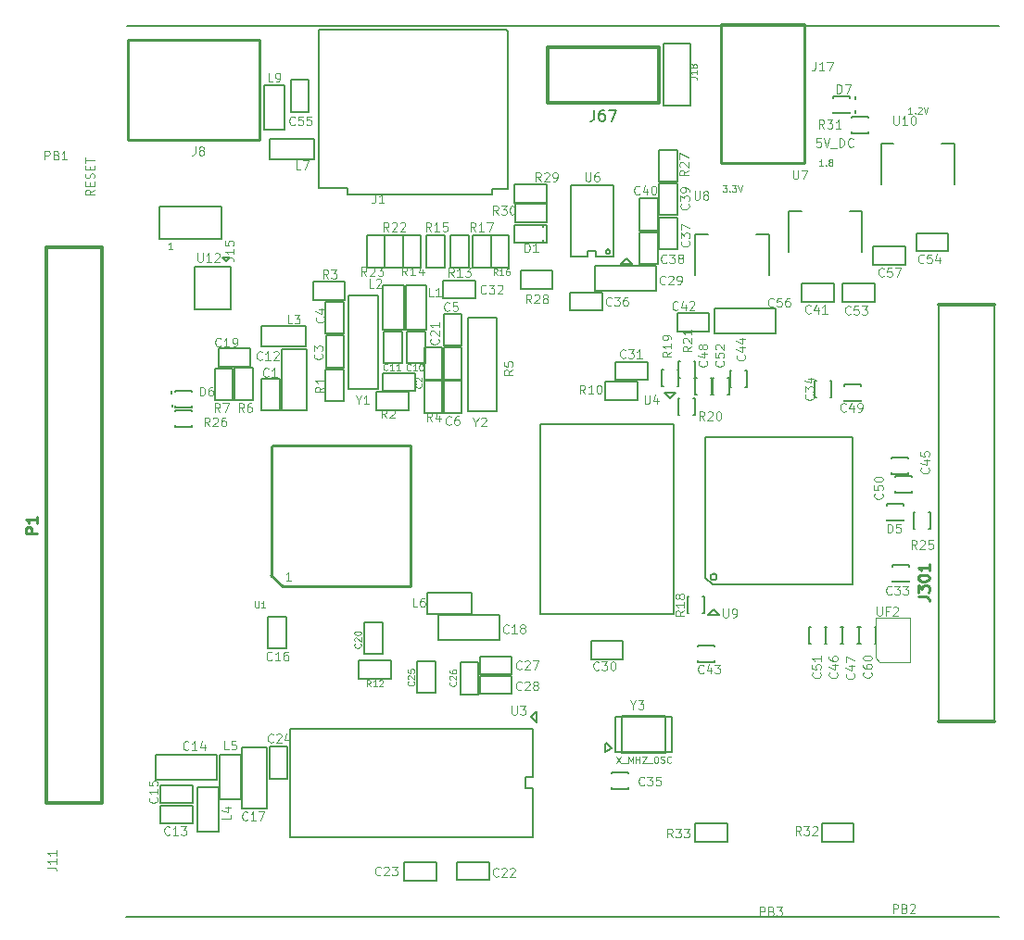
<source format=gto>
G04 (created by PCBNEW-RS274X (2011-03-30 BZR 2932)-stable) date 11/06/2011 13:06:09*
G01*
G70*
G90*
%MOIN*%
G04 Gerber Fmt 3.4, Leading zero omitted, Abs format*
%FSLAX34Y34*%
G04 APERTURE LIST*
%ADD10C,0.006000*%
%ADD11C,0.007900*%
%ADD12C,0.012000*%
%ADD13C,0.008000*%
%ADD14C,0.007000*%
%ADD15C,0.010000*%
%ADD16C,0.001000*%
%ADD17C,0.003900*%
%ADD18C,0.002400*%
%ADD19C,0.002000*%
%ADD20C,0.003100*%
G04 APERTURE END LIST*
G54D10*
G54D11*
X90495Y-45770D02*
X90495Y-45870D01*
X90495Y-46365D02*
X90495Y-46275D01*
X65910Y-56355D02*
X65910Y-56450D01*
X65925Y-56935D02*
X65925Y-56860D01*
X79275Y-51030D02*
X79275Y-50935D01*
X79280Y-50370D02*
X79280Y-50465D01*
X95670Y-75280D02*
X64280Y-75280D01*
X64310Y-43210D02*
X95670Y-43240D01*
X81518Y-69047D02*
X81518Y-69366D01*
X81518Y-69366D02*
X81742Y-69220D01*
X81742Y-69220D02*
X81526Y-69035D01*
X81860Y-68090D02*
X83900Y-68090D01*
X83900Y-68090D02*
X83900Y-69350D01*
X83900Y-69350D02*
X81860Y-69350D01*
X81860Y-69350D02*
X81860Y-68090D01*
X83660Y-68050D02*
X82100Y-68050D01*
X82100Y-68050D02*
X82100Y-69400D01*
X82100Y-69400D02*
X83660Y-69400D01*
X83660Y-69400D02*
X83670Y-68050D01*
G54D12*
X79430Y-45980D02*
X83430Y-45980D01*
X83430Y-45980D02*
X83430Y-43980D01*
X83430Y-43980D02*
X79430Y-43980D01*
X79430Y-43980D02*
X79430Y-45980D01*
G54D13*
X83609Y-46100D02*
X84559Y-46100D01*
X84559Y-46100D02*
X84559Y-43850D01*
X84559Y-43850D02*
X83609Y-43850D01*
X83609Y-43850D02*
X83609Y-46100D01*
G54D12*
X63402Y-71201D02*
X63402Y-51201D01*
X61402Y-71201D02*
X61402Y-51201D01*
X61402Y-71201D02*
X63402Y-71201D01*
X61402Y-51201D02*
X63402Y-51201D01*
G54D10*
X84750Y-72580D02*
X84750Y-71930D01*
X84750Y-71930D02*
X84750Y-71930D01*
X84750Y-71930D02*
X85900Y-71930D01*
X85900Y-71930D02*
X85900Y-72580D01*
X85900Y-72580D02*
X84750Y-72580D01*
X89300Y-72580D02*
X89300Y-71930D01*
X89300Y-71930D02*
X89300Y-71930D01*
X89300Y-71930D02*
X90450Y-71930D01*
X90450Y-71930D02*
X90450Y-72580D01*
X90450Y-72580D02*
X89300Y-72580D01*
X90368Y-46530D02*
X90368Y-46480D01*
X90368Y-46480D02*
X90968Y-46480D01*
X90968Y-46480D02*
X90968Y-46530D01*
X90368Y-47030D02*
X90368Y-47080D01*
X90368Y-47080D02*
X90968Y-47080D01*
X90968Y-47080D02*
X90968Y-47030D01*
X66050Y-57100D02*
X66050Y-57050D01*
X66050Y-57050D02*
X66650Y-57050D01*
X66650Y-57050D02*
X66650Y-57100D01*
X66050Y-57600D02*
X66050Y-57650D01*
X66050Y-57650D02*
X66650Y-57650D01*
X66650Y-57650D02*
X66650Y-57600D01*
X89712Y-46317D02*
X89712Y-46367D01*
X89712Y-46367D02*
X90312Y-46367D01*
X90312Y-46367D02*
X90312Y-46317D01*
X89712Y-45817D02*
X89712Y-45767D01*
X89712Y-45767D02*
X90312Y-45767D01*
X90312Y-45767D02*
X90312Y-45817D01*
X66650Y-56400D02*
X66650Y-56350D01*
X66650Y-56350D02*
X66050Y-56350D01*
X66050Y-56350D02*
X66050Y-56400D01*
X66650Y-56900D02*
X66650Y-56950D01*
X66650Y-56950D02*
X66050Y-56950D01*
X66050Y-56950D02*
X66050Y-56900D01*
X69794Y-57060D02*
X69144Y-57060D01*
X69144Y-57060D02*
X69144Y-57060D01*
X69144Y-57060D02*
X69144Y-55910D01*
X69144Y-55910D02*
X69794Y-55910D01*
X69794Y-55910D02*
X69794Y-57060D01*
X74660Y-55720D02*
X74660Y-56370D01*
X74660Y-56370D02*
X74660Y-56370D01*
X74660Y-56370D02*
X73510Y-56370D01*
X73510Y-56370D02*
X73510Y-55720D01*
X73510Y-55720D02*
X74660Y-55720D01*
X72110Y-55520D02*
X71460Y-55520D01*
X71460Y-55520D02*
X71460Y-55520D01*
X71460Y-55520D02*
X71460Y-54370D01*
X71460Y-54370D02*
X72110Y-54370D01*
X72110Y-54370D02*
X72110Y-55520D01*
X71450Y-53150D02*
X72100Y-53150D01*
X72100Y-53150D02*
X72100Y-53150D01*
X72100Y-53150D02*
X72100Y-54300D01*
X72100Y-54300D02*
X71450Y-54300D01*
X71450Y-54300D02*
X71450Y-53150D01*
X76350Y-54740D02*
X75700Y-54740D01*
X75700Y-54740D02*
X75700Y-54740D01*
X75700Y-54740D02*
X75700Y-53590D01*
X75700Y-53590D02*
X76350Y-53590D01*
X76350Y-53590D02*
X76350Y-54740D01*
X75700Y-56000D02*
X76350Y-56000D01*
X76350Y-56000D02*
X76350Y-56000D01*
X76350Y-56000D02*
X76350Y-57150D01*
X76350Y-57150D02*
X75700Y-57150D01*
X75700Y-57150D02*
X75700Y-56000D01*
X75030Y-55370D02*
X74380Y-55370D01*
X74380Y-55370D02*
X74380Y-55370D01*
X74380Y-55370D02*
X74380Y-54220D01*
X74380Y-54220D02*
X75030Y-54220D01*
X75030Y-54220D02*
X75030Y-55370D01*
X74200Y-55370D02*
X73550Y-55370D01*
X73550Y-55370D02*
X73550Y-55370D01*
X73550Y-55370D02*
X73550Y-54220D01*
X73550Y-54220D02*
X74200Y-54220D01*
X74200Y-54220D02*
X74200Y-55370D01*
X70770Y-54850D02*
X69870Y-54850D01*
X69870Y-54850D02*
X69870Y-54850D01*
X69870Y-54850D02*
X69870Y-57050D01*
X69870Y-57050D02*
X70770Y-57050D01*
X70770Y-57050D02*
X70770Y-54850D01*
X66660Y-71277D02*
X66660Y-71927D01*
X66660Y-71927D02*
X66660Y-71927D01*
X66660Y-71927D02*
X65510Y-71927D01*
X65510Y-71927D02*
X65510Y-71277D01*
X65510Y-71277D02*
X66660Y-71277D01*
X65330Y-69467D02*
X65330Y-70367D01*
X65330Y-70367D02*
X65330Y-70367D01*
X65330Y-70367D02*
X67530Y-70367D01*
X67530Y-70367D02*
X67530Y-69467D01*
X67530Y-69467D02*
X65330Y-69467D01*
X66660Y-70557D02*
X66660Y-71207D01*
X66660Y-71207D02*
X66660Y-71207D01*
X66660Y-71207D02*
X65510Y-71207D01*
X65510Y-71207D02*
X65510Y-70557D01*
X65510Y-70557D02*
X66660Y-70557D01*
X69380Y-64480D02*
X70030Y-64480D01*
X70030Y-64480D02*
X70030Y-64480D01*
X70030Y-64480D02*
X70030Y-65630D01*
X70030Y-65630D02*
X69380Y-65630D01*
X69380Y-65630D02*
X69380Y-64480D01*
X69350Y-69187D02*
X68450Y-69187D01*
X68450Y-69187D02*
X68450Y-69187D01*
X68450Y-69187D02*
X68450Y-71387D01*
X68450Y-71387D02*
X69350Y-71387D01*
X69350Y-71387D02*
X69350Y-69187D01*
X75500Y-64410D02*
X75500Y-65310D01*
X75500Y-65310D02*
X75500Y-65310D01*
X75500Y-65310D02*
X77700Y-65310D01*
X77700Y-65310D02*
X77700Y-64410D01*
X77700Y-64410D02*
X75500Y-64410D01*
X67590Y-55480D02*
X67590Y-54830D01*
X67590Y-54830D02*
X67590Y-54830D01*
X67590Y-54830D02*
X68740Y-54830D01*
X68740Y-54830D02*
X68740Y-55480D01*
X68740Y-55480D02*
X67590Y-55480D01*
X73500Y-65840D02*
X72850Y-65840D01*
X72850Y-65840D02*
X72850Y-65840D01*
X72850Y-65840D02*
X72850Y-64690D01*
X72850Y-64690D02*
X73500Y-64690D01*
X73500Y-64690D02*
X73500Y-65840D01*
X74990Y-54800D02*
X75640Y-54800D01*
X75640Y-54800D02*
X75640Y-54800D01*
X75640Y-54800D02*
X75640Y-55950D01*
X75640Y-55950D02*
X74990Y-55950D01*
X74990Y-55950D02*
X74990Y-54800D01*
X77330Y-73320D02*
X77330Y-73970D01*
X77330Y-73970D02*
X77330Y-73970D01*
X77330Y-73970D02*
X76180Y-73970D01*
X76180Y-73970D02*
X76180Y-73320D01*
X76180Y-73320D02*
X77330Y-73320D01*
X75430Y-73330D02*
X75430Y-73980D01*
X75430Y-73980D02*
X75430Y-73980D01*
X75430Y-73980D02*
X74280Y-73980D01*
X74280Y-73980D02*
X74280Y-73330D01*
X74280Y-73330D02*
X75430Y-73330D01*
X70080Y-70320D02*
X69430Y-70320D01*
X69430Y-70320D02*
X69430Y-70320D01*
X69430Y-70320D02*
X69430Y-69170D01*
X69430Y-69170D02*
X70080Y-69170D01*
X70080Y-69170D02*
X70080Y-70320D01*
X75400Y-67230D02*
X74750Y-67230D01*
X74750Y-67230D02*
X74750Y-67230D01*
X74750Y-67230D02*
X74750Y-66080D01*
X74750Y-66080D02*
X75400Y-66080D01*
X75400Y-66080D02*
X75400Y-67230D01*
X76940Y-67280D02*
X76290Y-67280D01*
X76290Y-67280D02*
X76290Y-67280D01*
X76290Y-67280D02*
X76290Y-66130D01*
X76290Y-66130D02*
X76940Y-66130D01*
X76940Y-66130D02*
X76940Y-67280D01*
X78150Y-65920D02*
X78150Y-66570D01*
X78150Y-66570D02*
X78150Y-66570D01*
X78150Y-66570D02*
X77000Y-66570D01*
X77000Y-66570D02*
X77000Y-65920D01*
X77000Y-65920D02*
X78150Y-65920D01*
X78150Y-66620D02*
X78150Y-67270D01*
X78150Y-67270D02*
X78150Y-67270D01*
X78150Y-67270D02*
X77000Y-67270D01*
X77000Y-67270D02*
X77000Y-66620D01*
X77000Y-66620D02*
X78150Y-66620D01*
X83320Y-52750D02*
X83320Y-51850D01*
X83320Y-51850D02*
X83320Y-51850D01*
X83320Y-51850D02*
X81120Y-51850D01*
X81120Y-51850D02*
X81120Y-52750D01*
X81120Y-52750D02*
X83320Y-52750D01*
X82140Y-65360D02*
X82140Y-66010D01*
X82140Y-66010D02*
X82140Y-66010D01*
X82140Y-66010D02*
X80990Y-66010D01*
X80990Y-66010D02*
X80990Y-65360D01*
X80990Y-65360D02*
X82140Y-65360D01*
X81870Y-55970D02*
X81870Y-55320D01*
X81870Y-55320D02*
X81870Y-55320D01*
X81870Y-55320D02*
X83020Y-55320D01*
X83020Y-55320D02*
X83020Y-55970D01*
X83020Y-55970D02*
X81870Y-55970D01*
X75680Y-53040D02*
X75680Y-52390D01*
X75680Y-52390D02*
X75680Y-52390D01*
X75680Y-52390D02*
X76830Y-52390D01*
X76830Y-52390D02*
X76830Y-53040D01*
X76830Y-53040D02*
X75680Y-53040D01*
X91846Y-63183D02*
X91846Y-63233D01*
X91846Y-63233D02*
X92446Y-63233D01*
X92446Y-63233D02*
X92446Y-63183D01*
X91846Y-62683D02*
X91846Y-62633D01*
X91846Y-62633D02*
X92446Y-62633D01*
X92446Y-62633D02*
X92446Y-62683D01*
X89600Y-56580D02*
X89650Y-56580D01*
X89650Y-56580D02*
X89650Y-55980D01*
X89650Y-55980D02*
X89600Y-55980D01*
X89100Y-56580D02*
X89050Y-56580D01*
X89050Y-56580D02*
X89050Y-55980D01*
X89050Y-55980D02*
X89100Y-55980D01*
X82320Y-70130D02*
X82320Y-70080D01*
X82320Y-70080D02*
X81720Y-70080D01*
X81720Y-70080D02*
X81720Y-70130D01*
X82320Y-70630D02*
X82320Y-70680D01*
X82320Y-70680D02*
X81720Y-70680D01*
X81720Y-70680D02*
X81720Y-70630D01*
X81390Y-52820D02*
X81390Y-53470D01*
X81390Y-53470D02*
X81390Y-53470D01*
X81390Y-53470D02*
X80240Y-53470D01*
X80240Y-53470D02*
X80240Y-52820D01*
X80240Y-52820D02*
X81390Y-52820D01*
X84100Y-51260D02*
X83450Y-51260D01*
X83450Y-51260D02*
X83450Y-51260D01*
X83450Y-51260D02*
X83450Y-50110D01*
X83450Y-50110D02*
X84100Y-50110D01*
X84100Y-50110D02*
X84100Y-51260D01*
X82740Y-50650D02*
X83390Y-50650D01*
X83390Y-50650D02*
X83390Y-50650D01*
X83390Y-50650D02*
X83390Y-51800D01*
X83390Y-51800D02*
X82740Y-51800D01*
X82740Y-51800D02*
X82740Y-50650D01*
X83440Y-48890D02*
X84090Y-48890D01*
X84090Y-48890D02*
X84090Y-48890D01*
X84090Y-48890D02*
X84090Y-50040D01*
X84090Y-50040D02*
X83440Y-50040D01*
X83440Y-50040D02*
X83440Y-48890D01*
X82740Y-49440D02*
X83390Y-49440D01*
X83390Y-49440D02*
X83390Y-49440D01*
X83390Y-49440D02*
X83390Y-50590D01*
X83390Y-50590D02*
X82740Y-50590D01*
X82740Y-50590D02*
X82740Y-49440D01*
X89730Y-52500D02*
X89730Y-53150D01*
X89730Y-53150D02*
X89730Y-53150D01*
X89730Y-53150D02*
X88580Y-53150D01*
X88580Y-53150D02*
X88580Y-52500D01*
X88580Y-52500D02*
X89730Y-52500D01*
X85250Y-53570D02*
X85250Y-54220D01*
X85250Y-54220D02*
X85250Y-54220D01*
X85250Y-54220D02*
X84100Y-54220D01*
X84100Y-54220D02*
X84100Y-53570D01*
X84100Y-53570D02*
X85250Y-53570D01*
X85420Y-65560D02*
X85420Y-65510D01*
X85420Y-65510D02*
X84820Y-65510D01*
X84820Y-65510D02*
X84820Y-65560D01*
X85420Y-66060D02*
X85420Y-66110D01*
X85420Y-66110D02*
X84820Y-66110D01*
X84820Y-66110D02*
X84820Y-66060D01*
X86540Y-56240D02*
X86590Y-56240D01*
X86590Y-56240D02*
X86590Y-55640D01*
X86590Y-55640D02*
X86540Y-55640D01*
X86040Y-56240D02*
X85990Y-56240D01*
X85990Y-56240D02*
X85990Y-55640D01*
X85990Y-55640D02*
X86040Y-55640D01*
X91787Y-59305D02*
X91787Y-59355D01*
X91787Y-59355D02*
X92387Y-59355D01*
X92387Y-59355D02*
X92387Y-59305D01*
X91787Y-58805D02*
X91787Y-58755D01*
X91787Y-58755D02*
X92387Y-58755D01*
X92387Y-58755D02*
X92387Y-58805D01*
X89480Y-64857D02*
X89430Y-64857D01*
X89430Y-64857D02*
X89430Y-65457D01*
X89430Y-65457D02*
X89480Y-65457D01*
X89980Y-64857D02*
X90030Y-64857D01*
X90030Y-64857D02*
X90030Y-65457D01*
X90030Y-65457D02*
X89980Y-65457D01*
X90080Y-64857D02*
X90030Y-64857D01*
X90030Y-64857D02*
X90030Y-65457D01*
X90030Y-65457D02*
X90080Y-65457D01*
X90580Y-64857D02*
X90630Y-64857D01*
X90630Y-64857D02*
X90630Y-65457D01*
X90630Y-65457D02*
X90580Y-65457D01*
X85300Y-56500D02*
X85350Y-56500D01*
X85350Y-56500D02*
X85350Y-55900D01*
X85350Y-55900D02*
X85300Y-55900D01*
X84800Y-56500D02*
X84750Y-56500D01*
X84750Y-56500D02*
X84750Y-55900D01*
X84750Y-55900D02*
X84800Y-55900D01*
X90113Y-56687D02*
X90113Y-56737D01*
X90113Y-56737D02*
X90713Y-56737D01*
X90713Y-56737D02*
X90713Y-56687D01*
X90113Y-56187D02*
X90113Y-56137D01*
X90113Y-56137D02*
X90713Y-56137D01*
X90713Y-56137D02*
X90713Y-56187D01*
X91944Y-59974D02*
X91944Y-60024D01*
X91944Y-60024D02*
X92544Y-60024D01*
X92544Y-60024D02*
X92544Y-59974D01*
X91944Y-59474D02*
X91944Y-59424D01*
X91944Y-59424D02*
X92544Y-59424D01*
X92544Y-59424D02*
X92544Y-59474D01*
X88890Y-64857D02*
X88840Y-64857D01*
X88840Y-64857D02*
X88840Y-65457D01*
X88840Y-65457D02*
X88890Y-65457D01*
X89390Y-64857D02*
X89440Y-64857D01*
X89440Y-64857D02*
X89440Y-65457D01*
X89440Y-65457D02*
X89390Y-65457D01*
X85910Y-56490D02*
X85960Y-56490D01*
X85960Y-56490D02*
X85960Y-55890D01*
X85960Y-55890D02*
X85910Y-55890D01*
X85410Y-56490D02*
X85360Y-56490D01*
X85360Y-56490D02*
X85360Y-55890D01*
X85360Y-55890D02*
X85410Y-55890D01*
X90040Y-53150D02*
X90040Y-52500D01*
X90040Y-52500D02*
X90040Y-52500D01*
X90040Y-52500D02*
X91190Y-52500D01*
X91190Y-52500D02*
X91190Y-53150D01*
X91190Y-53150D02*
X90040Y-53150D01*
X92700Y-51330D02*
X92700Y-50680D01*
X92700Y-50680D02*
X92700Y-50680D01*
X92700Y-50680D02*
X93850Y-50680D01*
X93850Y-50680D02*
X93850Y-51330D01*
X93850Y-51330D02*
X92700Y-51330D01*
X70850Y-46310D02*
X70200Y-46310D01*
X70200Y-46310D02*
X70200Y-46310D01*
X70200Y-46310D02*
X70200Y-45160D01*
X70200Y-45160D02*
X70850Y-45160D01*
X70850Y-45160D02*
X70850Y-46310D01*
X85420Y-53400D02*
X85420Y-54300D01*
X85420Y-54300D02*
X85420Y-54300D01*
X85420Y-54300D02*
X87620Y-54300D01*
X87620Y-54300D02*
X87620Y-53400D01*
X87620Y-53400D02*
X85420Y-53400D01*
X92300Y-51170D02*
X92300Y-51820D01*
X92300Y-51820D02*
X92300Y-51820D01*
X92300Y-51820D02*
X91150Y-51820D01*
X91150Y-51820D02*
X91150Y-51170D01*
X91150Y-51170D02*
X92300Y-51170D01*
X90700Y-64847D02*
X90650Y-64847D01*
X90650Y-64847D02*
X90650Y-65447D01*
X90650Y-65447D02*
X90700Y-65447D01*
X91200Y-64847D02*
X91250Y-64847D01*
X91250Y-64847D02*
X91250Y-65447D01*
X91250Y-65447D02*
X91200Y-65447D01*
X78252Y-51026D02*
X78252Y-50376D01*
X78252Y-50376D02*
X78252Y-50376D01*
X78252Y-50376D02*
X79402Y-50376D01*
X79402Y-50376D02*
X79402Y-51026D01*
X79402Y-51026D02*
X78252Y-51026D01*
X91629Y-60978D02*
X91629Y-61028D01*
X91629Y-61028D02*
X92229Y-61028D01*
X92229Y-61028D02*
X92229Y-60978D01*
X91629Y-60478D02*
X91629Y-60428D01*
X91629Y-60428D02*
X92229Y-60428D01*
X92229Y-60428D02*
X92229Y-60478D01*
G54D14*
X78000Y-48270D02*
X78000Y-43410D01*
X78000Y-43410D02*
X77950Y-43360D01*
X77950Y-43360D02*
X71210Y-43360D01*
X71210Y-43360D02*
X71210Y-49070D01*
X71210Y-49070D02*
X72220Y-49070D01*
X72220Y-49070D02*
X72220Y-49300D01*
X72220Y-49300D02*
X77450Y-49300D01*
X77450Y-49300D02*
X77450Y-49090D01*
X77450Y-49090D02*
X78010Y-49090D01*
X78010Y-49090D02*
X78010Y-48240D01*
G54D15*
X69000Y-43730D02*
X69070Y-43730D01*
X69070Y-43730D02*
X69070Y-47330D01*
X69070Y-47330D02*
X64350Y-47330D01*
X64350Y-47330D02*
X64350Y-47330D01*
X64350Y-47330D02*
X64350Y-43730D01*
X64350Y-43730D02*
X69000Y-43730D01*
G54D13*
X67710Y-50900D02*
X67710Y-49740D01*
X67710Y-49740D02*
X67690Y-49740D01*
X67690Y-49740D02*
X65470Y-49730D01*
X65470Y-49730D02*
X65470Y-50900D01*
X65470Y-50900D02*
X67710Y-50900D01*
G54D15*
X88670Y-48150D02*
X85670Y-48150D01*
X85670Y-48150D02*
X85670Y-43150D01*
X85670Y-43150D02*
X88670Y-43150D01*
X88670Y-43150D02*
X88670Y-48150D01*
G54D10*
X75070Y-52560D02*
X75070Y-54160D01*
X75070Y-54160D02*
X75070Y-54160D01*
X75070Y-54160D02*
X74320Y-54160D01*
X74320Y-54160D02*
X74320Y-52560D01*
X74320Y-52560D02*
X75070Y-52560D01*
X74260Y-52560D02*
X74260Y-54160D01*
X74260Y-54160D02*
X74260Y-54160D01*
X74260Y-54160D02*
X73510Y-54160D01*
X73510Y-54160D02*
X73510Y-52560D01*
X73510Y-52560D02*
X74260Y-52560D01*
X69140Y-54020D02*
X70740Y-54020D01*
X70740Y-54020D02*
X70740Y-54020D01*
X70740Y-54020D02*
X70740Y-54770D01*
X70740Y-54770D02*
X69140Y-54770D01*
X69140Y-54770D02*
X69140Y-54020D01*
X67600Y-70617D02*
X67600Y-72217D01*
X67600Y-72217D02*
X67600Y-72217D01*
X67600Y-72217D02*
X66850Y-72217D01*
X66850Y-72217D02*
X66850Y-70617D01*
X66850Y-70617D02*
X67600Y-70617D01*
X67640Y-71047D02*
X67640Y-69447D01*
X67640Y-69447D02*
X67640Y-69447D01*
X67640Y-69447D02*
X68390Y-69447D01*
X68390Y-69447D02*
X68390Y-71047D01*
X68390Y-71047D02*
X67640Y-71047D01*
X76710Y-64390D02*
X75110Y-64390D01*
X75110Y-64390D02*
X75110Y-64390D01*
X75110Y-64390D02*
X75110Y-63640D01*
X75110Y-63640D02*
X76710Y-63640D01*
X76710Y-63640D02*
X76710Y-64390D01*
X71020Y-48030D02*
X69420Y-48030D01*
X69420Y-48030D02*
X69420Y-48030D01*
X69420Y-48030D02*
X69420Y-47280D01*
X69420Y-47280D02*
X71020Y-47280D01*
X71020Y-47280D02*
X71020Y-48030D01*
X69230Y-46960D02*
X69230Y-45360D01*
X69230Y-45360D02*
X69230Y-45360D01*
X69230Y-45360D02*
X69980Y-45360D01*
X69980Y-45360D02*
X69980Y-46960D01*
X69980Y-46960D02*
X69230Y-46960D01*
X71450Y-55590D02*
X72100Y-55590D01*
X72100Y-55590D02*
X72100Y-55590D01*
X72100Y-55590D02*
X72100Y-56740D01*
X72100Y-56740D02*
X71450Y-56740D01*
X71450Y-56740D02*
X71450Y-55590D01*
X73270Y-57050D02*
X73270Y-56400D01*
X73270Y-56400D02*
X73270Y-56400D01*
X73270Y-56400D02*
X74420Y-56400D01*
X74420Y-56400D02*
X74420Y-57050D01*
X74420Y-57050D02*
X73270Y-57050D01*
X72150Y-52440D02*
X72150Y-53090D01*
X72150Y-53090D02*
X72150Y-53090D01*
X72150Y-53090D02*
X71000Y-53090D01*
X71000Y-53090D02*
X71000Y-52440D01*
X71000Y-52440D02*
X72150Y-52440D01*
X74990Y-56000D02*
X75640Y-56000D01*
X75640Y-56000D02*
X75640Y-56000D01*
X75640Y-56000D02*
X75640Y-57150D01*
X75640Y-57150D02*
X74990Y-57150D01*
X74990Y-57150D02*
X74990Y-56000D01*
X76350Y-55950D02*
X75700Y-55950D01*
X75700Y-55950D02*
X75700Y-55950D01*
X75700Y-55950D02*
X75700Y-54800D01*
X75700Y-54800D02*
X76350Y-54800D01*
X76350Y-54800D02*
X76350Y-55950D01*
X68180Y-55540D02*
X68830Y-55540D01*
X68830Y-55540D02*
X68830Y-55540D01*
X68830Y-55540D02*
X68830Y-56690D01*
X68830Y-56690D02*
X68180Y-56690D01*
X68180Y-56690D02*
X68180Y-55540D01*
X67460Y-55550D02*
X68110Y-55550D01*
X68110Y-55550D02*
X68110Y-55550D01*
X68110Y-55550D02*
X68110Y-56700D01*
X68110Y-56700D02*
X67460Y-56700D01*
X67460Y-56700D02*
X67460Y-55550D01*
X81510Y-56680D02*
X81510Y-56030D01*
X81510Y-56030D02*
X81510Y-56030D01*
X81510Y-56030D02*
X82660Y-56030D01*
X82660Y-56030D02*
X82660Y-56680D01*
X82660Y-56680D02*
X81510Y-56680D01*
X72640Y-66710D02*
X72640Y-66060D01*
X72640Y-66060D02*
X72640Y-66060D01*
X72640Y-66060D02*
X73790Y-66060D01*
X73790Y-66060D02*
X73790Y-66710D01*
X73790Y-66710D02*
X72640Y-66710D01*
X76590Y-51920D02*
X75940Y-51920D01*
X75940Y-51920D02*
X75940Y-51920D01*
X75940Y-51920D02*
X75940Y-50770D01*
X75940Y-50770D02*
X76590Y-50770D01*
X76590Y-50770D02*
X76590Y-51920D01*
X74870Y-51910D02*
X74220Y-51910D01*
X74220Y-51910D02*
X74220Y-51910D01*
X74220Y-51910D02*
X74220Y-50760D01*
X74220Y-50760D02*
X74870Y-50760D01*
X74870Y-50760D02*
X74870Y-51910D01*
X75730Y-51920D02*
X75080Y-51920D01*
X75080Y-51920D02*
X75080Y-51920D01*
X75080Y-51920D02*
X75080Y-50770D01*
X75080Y-50770D02*
X75730Y-50770D01*
X75730Y-50770D02*
X75730Y-51920D01*
X78040Y-51920D02*
X77390Y-51920D01*
X77390Y-51920D02*
X77390Y-51920D01*
X77390Y-51920D02*
X77390Y-50770D01*
X77390Y-50770D02*
X78040Y-50770D01*
X78040Y-50770D02*
X78040Y-51920D01*
X77390Y-51920D02*
X76740Y-51920D01*
X76740Y-51920D02*
X76740Y-51920D01*
X76740Y-51920D02*
X76740Y-50770D01*
X76740Y-50770D02*
X77390Y-50770D01*
X77390Y-50770D02*
X77390Y-51920D01*
X85010Y-64360D02*
X85060Y-64360D01*
X85060Y-64360D02*
X85060Y-63760D01*
X85060Y-63760D02*
X85010Y-63760D01*
X84510Y-64360D02*
X84460Y-64360D01*
X84460Y-64360D02*
X84460Y-63760D01*
X84460Y-63760D02*
X84510Y-63760D01*
X83600Y-55580D02*
X83550Y-55580D01*
X83550Y-55580D02*
X83550Y-56180D01*
X83550Y-56180D02*
X83600Y-56180D01*
X84100Y-55580D02*
X84150Y-55580D01*
X84150Y-55580D02*
X84150Y-56180D01*
X84150Y-56180D02*
X84100Y-56180D01*
X84180Y-56610D02*
X84130Y-56610D01*
X84130Y-56610D02*
X84130Y-57210D01*
X84130Y-57210D02*
X84180Y-57210D01*
X84680Y-56610D02*
X84730Y-56610D01*
X84730Y-56610D02*
X84730Y-57210D01*
X84730Y-57210D02*
X84680Y-57210D01*
X84200Y-55300D02*
X84150Y-55300D01*
X84150Y-55300D02*
X84150Y-55900D01*
X84150Y-55900D02*
X84200Y-55900D01*
X84700Y-55300D02*
X84750Y-55300D01*
X84750Y-55300D02*
X84750Y-55900D01*
X84750Y-55900D02*
X84700Y-55900D01*
X74220Y-51910D02*
X73570Y-51910D01*
X73570Y-51910D02*
X73570Y-51910D01*
X73570Y-51910D02*
X73570Y-50760D01*
X73570Y-50760D02*
X74220Y-50760D01*
X74220Y-50760D02*
X74220Y-51910D01*
X73570Y-51920D02*
X72920Y-51920D01*
X72920Y-51920D02*
X72920Y-51920D01*
X72920Y-51920D02*
X72920Y-50770D01*
X72920Y-50770D02*
X73570Y-50770D01*
X73570Y-50770D02*
X73570Y-51920D01*
X92644Y-61324D02*
X92594Y-61324D01*
X92594Y-61324D02*
X92594Y-60724D01*
X92594Y-60724D02*
X92644Y-60724D01*
X93144Y-61324D02*
X93194Y-61324D01*
X93194Y-61324D02*
X93194Y-60724D01*
X93194Y-60724D02*
X93144Y-60724D01*
X83440Y-47680D02*
X84090Y-47680D01*
X84090Y-47680D02*
X84090Y-47680D01*
X84090Y-47680D02*
X84090Y-48830D01*
X84090Y-48830D02*
X83440Y-48830D01*
X83440Y-48830D02*
X83440Y-47680D01*
X79610Y-52040D02*
X79610Y-52690D01*
X79610Y-52690D02*
X79610Y-52690D01*
X79610Y-52690D02*
X78460Y-52690D01*
X78460Y-52690D02*
X78460Y-52040D01*
X78460Y-52040D02*
X79610Y-52040D01*
X78250Y-49580D02*
X78250Y-48930D01*
X78250Y-48930D02*
X78250Y-48930D01*
X78250Y-48930D02*
X79400Y-48930D01*
X79400Y-48930D02*
X79400Y-49580D01*
X79400Y-49580D02*
X78250Y-49580D01*
X79410Y-49630D02*
X79410Y-50280D01*
X79410Y-50280D02*
X79410Y-50280D01*
X79410Y-50280D02*
X78260Y-50280D01*
X78260Y-50280D02*
X78260Y-49630D01*
X78260Y-49630D02*
X79410Y-49630D01*
G54D15*
X69480Y-62980D02*
X69900Y-63400D01*
X69900Y-63400D02*
X74510Y-63400D01*
X74510Y-63400D02*
X74510Y-58340D01*
X74510Y-58340D02*
X69530Y-58340D01*
X69530Y-58340D02*
X69490Y-58390D01*
X69490Y-58390D02*
X69490Y-62970D01*
G54D10*
X78830Y-68100D02*
X79030Y-68300D01*
X79030Y-68300D02*
X79030Y-67900D01*
X79030Y-67900D02*
X78830Y-68100D01*
X78910Y-68510D02*
X78910Y-70260D01*
X78910Y-70260D02*
X78640Y-70260D01*
X78640Y-70260D02*
X78640Y-70660D01*
X78640Y-70660D02*
X78910Y-70660D01*
X78910Y-70660D02*
X78910Y-72410D01*
X78910Y-72410D02*
X70180Y-72410D01*
X70180Y-72410D02*
X70180Y-68510D01*
X70180Y-68510D02*
X78910Y-68510D01*
X83830Y-56630D02*
X84030Y-56430D01*
X84030Y-56430D02*
X83630Y-56430D01*
X83630Y-56430D02*
X83830Y-56630D01*
X83980Y-57550D02*
X79180Y-57550D01*
X79180Y-57550D02*
X79180Y-64400D01*
X79180Y-64400D02*
X83980Y-64400D01*
X83980Y-64400D02*
X83980Y-57550D01*
G54D13*
X82280Y-51580D02*
X82080Y-51780D01*
X82080Y-51780D02*
X82480Y-51780D01*
X82480Y-51780D02*
X82280Y-51580D01*
G54D10*
X81686Y-51340D02*
X81684Y-51354D01*
X81680Y-51368D01*
X81673Y-51382D01*
X81663Y-51393D01*
X81652Y-51403D01*
X81639Y-51410D01*
X81625Y-51414D01*
X81610Y-51415D01*
X81596Y-51414D01*
X81582Y-51410D01*
X81569Y-51403D01*
X81557Y-51394D01*
X81548Y-51382D01*
X81541Y-51369D01*
X81536Y-51355D01*
X81535Y-51341D01*
X81536Y-51327D01*
X81540Y-51313D01*
X81547Y-51299D01*
X81556Y-51288D01*
X81567Y-51278D01*
X81580Y-51271D01*
X81594Y-51266D01*
X81609Y-51265D01*
X81623Y-51266D01*
X81637Y-51270D01*
X81650Y-51276D01*
X81662Y-51285D01*
X81672Y-51297D01*
X81679Y-51310D01*
X81684Y-51324D01*
X81685Y-51338D01*
X81686Y-51340D01*
X81790Y-51510D02*
X81790Y-48950D01*
X81790Y-48950D02*
X80260Y-48950D01*
X80260Y-48950D02*
X80260Y-51510D01*
X80260Y-51510D02*
X80880Y-51510D01*
X80880Y-51510D02*
X80880Y-51330D01*
X80880Y-51330D02*
X81180Y-51330D01*
X81180Y-51330D02*
X81180Y-51510D01*
X81180Y-51510D02*
X81790Y-51510D01*
X90290Y-49890D02*
X90750Y-49890D01*
X90750Y-49890D02*
X90750Y-51350D01*
X88570Y-49890D02*
X88110Y-49890D01*
X88110Y-49890D02*
X88110Y-51350D01*
X86930Y-50740D02*
X87390Y-50740D01*
X87390Y-50740D02*
X87390Y-52200D01*
X84750Y-52200D02*
X84750Y-50740D01*
X84750Y-50740D02*
X85210Y-50740D01*
G54D13*
X85410Y-64230D02*
X85610Y-64430D01*
X85610Y-64430D02*
X85210Y-64430D01*
X85210Y-64430D02*
X85410Y-64230D01*
X85360Y-63330D02*
X90410Y-63330D01*
X90410Y-63330D02*
X90410Y-58030D01*
X90410Y-58030D02*
X85110Y-58030D01*
X85110Y-58030D02*
X85110Y-63080D01*
X85110Y-63080D02*
X85360Y-63330D01*
X85511Y-63050D02*
X85508Y-63071D01*
X85502Y-63092D01*
X85492Y-63111D01*
X85478Y-63128D01*
X85462Y-63142D01*
X85443Y-63152D01*
X85422Y-63158D01*
X85400Y-63160D01*
X85380Y-63159D01*
X85359Y-63152D01*
X85340Y-63142D01*
X85323Y-63129D01*
X85309Y-63112D01*
X85298Y-63093D01*
X85292Y-63073D01*
X85290Y-63051D01*
X85291Y-63030D01*
X85297Y-63010D01*
X85307Y-62990D01*
X85321Y-62973D01*
X85337Y-62959D01*
X85356Y-62949D01*
X85377Y-62942D01*
X85398Y-62940D01*
X85419Y-62941D01*
X85440Y-62947D01*
X85459Y-62957D01*
X85476Y-62970D01*
X85490Y-62987D01*
X85501Y-63005D01*
X85508Y-63026D01*
X85510Y-63047D01*
X85511Y-63050D01*
G54D10*
X93600Y-47465D02*
X94060Y-47465D01*
X94060Y-47465D02*
X94060Y-48925D01*
X91420Y-48925D02*
X91420Y-47465D01*
X91420Y-47465D02*
X91880Y-47465D01*
G54D14*
X67860Y-51570D02*
X67730Y-51570D01*
X67730Y-51570D02*
X67860Y-51700D01*
X67860Y-51700D02*
X68000Y-51560D01*
X68000Y-51560D02*
X67730Y-51560D01*
X68030Y-53440D02*
X66750Y-53440D01*
X66750Y-53440D02*
X66750Y-51900D01*
X66750Y-51900D02*
X68020Y-51900D01*
X68020Y-51900D02*
X68020Y-53440D01*
G54D16*
X91220Y-64517D02*
X92480Y-64517D01*
X92480Y-64517D02*
X92480Y-66127D01*
X92480Y-66127D02*
X91380Y-66127D01*
X91380Y-66127D02*
X91220Y-65967D01*
X91220Y-65967D02*
X91220Y-64517D01*
G54D14*
X72285Y-56295D02*
X73335Y-56295D01*
X73335Y-56295D02*
X73335Y-52915D01*
X73335Y-52915D02*
X72285Y-52915D01*
X72285Y-52915D02*
X72285Y-56305D01*
X76560Y-57095D02*
X77610Y-57095D01*
X77610Y-57095D02*
X77610Y-53715D01*
X77610Y-53715D02*
X76560Y-53715D01*
X76560Y-53715D02*
X76560Y-57105D01*
G54D13*
X95500Y-53250D02*
X95500Y-68250D01*
X93500Y-53250D02*
X93500Y-68250D01*
G54D12*
X93499Y-68248D02*
X95499Y-68248D01*
X93500Y-53250D02*
X95500Y-53250D01*
G54D17*
X82510Y-67667D02*
X82510Y-67817D01*
X82405Y-67502D02*
X82510Y-67667D01*
X82615Y-67502D01*
X82690Y-67502D02*
X82885Y-67502D01*
X82780Y-67622D01*
X82825Y-67622D01*
X82855Y-67637D01*
X82870Y-67652D01*
X82885Y-67682D01*
X82885Y-67757D01*
X82870Y-67787D01*
X82855Y-67802D01*
X82825Y-67817D01*
X82735Y-67817D01*
X82705Y-67802D01*
X82690Y-67787D01*
G54D18*
X81917Y-69510D02*
X82074Y-69746D01*
X82074Y-69510D02*
X81917Y-69746D01*
X82108Y-69768D02*
X82288Y-69768D01*
X82344Y-69746D02*
X82344Y-69510D01*
X82423Y-69678D01*
X82502Y-69510D01*
X82502Y-69746D01*
X82614Y-69746D02*
X82614Y-69510D01*
X82614Y-69622D02*
X82749Y-69622D01*
X82749Y-69746D02*
X82749Y-69510D01*
X82839Y-69510D02*
X82996Y-69510D01*
X82839Y-69746D01*
X82996Y-69746D01*
X83030Y-69768D02*
X83210Y-69768D01*
X83311Y-69510D02*
X83356Y-69510D01*
X83379Y-69521D01*
X83401Y-69543D01*
X83412Y-69588D01*
X83412Y-69667D01*
X83401Y-69712D01*
X83379Y-69734D01*
X83356Y-69746D01*
X83311Y-69746D01*
X83289Y-69734D01*
X83266Y-69712D01*
X83255Y-69667D01*
X83255Y-69588D01*
X83266Y-69543D01*
X83289Y-69521D01*
X83311Y-69510D01*
X83502Y-69734D02*
X83536Y-69746D01*
X83592Y-69746D01*
X83614Y-69734D01*
X83626Y-69723D01*
X83637Y-69701D01*
X83637Y-69678D01*
X83626Y-69656D01*
X83614Y-69644D01*
X83592Y-69633D01*
X83547Y-69622D01*
X83524Y-69611D01*
X83513Y-69599D01*
X83502Y-69577D01*
X83502Y-69554D01*
X83513Y-69532D01*
X83524Y-69521D01*
X83547Y-69510D01*
X83603Y-69510D01*
X83637Y-69521D01*
X83873Y-69723D02*
X83862Y-69734D01*
X83828Y-69746D01*
X83806Y-69746D01*
X83772Y-69734D01*
X83749Y-69712D01*
X83738Y-69689D01*
X83727Y-69644D01*
X83727Y-69611D01*
X83738Y-69566D01*
X83749Y-69543D01*
X83772Y-69521D01*
X83806Y-69510D01*
X83828Y-69510D01*
X83862Y-69521D01*
X83873Y-69532D01*
G54D13*
X81107Y-46242D02*
X81107Y-46528D01*
X81087Y-46585D01*
X81049Y-46623D01*
X80992Y-46642D01*
X80954Y-46642D01*
X81469Y-46242D02*
X81392Y-46242D01*
X81354Y-46261D01*
X81335Y-46280D01*
X81297Y-46337D01*
X81278Y-46413D01*
X81278Y-46566D01*
X81297Y-46604D01*
X81316Y-46623D01*
X81354Y-46642D01*
X81431Y-46642D01*
X81469Y-46623D01*
X81488Y-46604D01*
X81507Y-46566D01*
X81507Y-46470D01*
X81488Y-46432D01*
X81469Y-46413D01*
X81431Y-46394D01*
X81354Y-46394D01*
X81316Y-46413D01*
X81297Y-46432D01*
X81278Y-46470D01*
X81640Y-46242D02*
X81907Y-46242D01*
X81735Y-46642D01*
G54D19*
X84564Y-45065D02*
X84732Y-45065D01*
X84766Y-45077D01*
X84788Y-45099D01*
X84800Y-45133D01*
X84800Y-45155D01*
X84800Y-44829D02*
X84800Y-44964D01*
X84800Y-44897D02*
X84564Y-44897D01*
X84597Y-44919D01*
X84620Y-44942D01*
X84631Y-44964D01*
X84665Y-44694D02*
X84653Y-44717D01*
X84642Y-44728D01*
X84620Y-44739D01*
X84608Y-44739D01*
X84586Y-44728D01*
X84575Y-44717D01*
X84564Y-44694D01*
X84564Y-44649D01*
X84575Y-44627D01*
X84586Y-44615D01*
X84608Y-44604D01*
X84620Y-44604D01*
X84642Y-44615D01*
X84653Y-44627D01*
X84665Y-44649D01*
X84665Y-44694D01*
X84676Y-44717D01*
X84687Y-44728D01*
X84710Y-44739D01*
X84755Y-44739D01*
X84777Y-44728D01*
X84788Y-44717D01*
X84800Y-44694D01*
X84800Y-44649D01*
X84788Y-44627D01*
X84777Y-44615D01*
X84755Y-44604D01*
X84710Y-44604D01*
X84687Y-44615D01*
X84676Y-44627D01*
X84665Y-44649D01*
G54D15*
X61064Y-61496D02*
X60664Y-61496D01*
X60664Y-61343D01*
X60683Y-61305D01*
X60702Y-61286D01*
X60740Y-61267D01*
X60797Y-61267D01*
X60835Y-61286D01*
X60854Y-61305D01*
X60873Y-61343D01*
X60873Y-61496D01*
X61064Y-60886D02*
X61064Y-61115D01*
X61064Y-61001D02*
X60664Y-61001D01*
X60721Y-61039D01*
X60759Y-61077D01*
X60778Y-61115D01*
G54D13*
G54D17*
X61452Y-73515D02*
X61677Y-73515D01*
X61722Y-73530D01*
X61752Y-73560D01*
X61767Y-73605D01*
X61767Y-73635D01*
X61767Y-73200D02*
X61767Y-73380D01*
X61767Y-73290D02*
X61452Y-73290D01*
X61497Y-73320D01*
X61527Y-73350D01*
X61542Y-73380D01*
X61767Y-72900D02*
X61767Y-73080D01*
X61767Y-72990D02*
X61452Y-72990D01*
X61497Y-73020D01*
X61527Y-73050D01*
X61542Y-73080D01*
X83928Y-72437D02*
X83823Y-72287D01*
X83748Y-72437D02*
X83748Y-72122D01*
X83868Y-72122D01*
X83898Y-72137D01*
X83913Y-72152D01*
X83928Y-72182D01*
X83928Y-72227D01*
X83913Y-72257D01*
X83898Y-72272D01*
X83868Y-72287D01*
X83748Y-72287D01*
X84033Y-72122D02*
X84228Y-72122D01*
X84123Y-72242D01*
X84168Y-72242D01*
X84198Y-72257D01*
X84213Y-72272D01*
X84228Y-72302D01*
X84228Y-72377D01*
X84213Y-72407D01*
X84198Y-72422D01*
X84168Y-72437D01*
X84078Y-72437D01*
X84048Y-72422D01*
X84033Y-72407D01*
X84333Y-72122D02*
X84528Y-72122D01*
X84423Y-72242D01*
X84468Y-72242D01*
X84498Y-72257D01*
X84513Y-72272D01*
X84528Y-72302D01*
X84528Y-72377D01*
X84513Y-72407D01*
X84498Y-72422D01*
X84468Y-72437D01*
X84378Y-72437D01*
X84348Y-72422D01*
X84333Y-72407D01*
X88548Y-72347D02*
X88443Y-72197D01*
X88368Y-72347D02*
X88368Y-72032D01*
X88488Y-72032D01*
X88518Y-72047D01*
X88533Y-72062D01*
X88548Y-72092D01*
X88548Y-72137D01*
X88533Y-72167D01*
X88518Y-72182D01*
X88488Y-72197D01*
X88368Y-72197D01*
X88653Y-72032D02*
X88848Y-72032D01*
X88743Y-72152D01*
X88788Y-72152D01*
X88818Y-72167D01*
X88833Y-72182D01*
X88848Y-72212D01*
X88848Y-72287D01*
X88833Y-72317D01*
X88818Y-72332D01*
X88788Y-72347D01*
X88698Y-72347D01*
X88668Y-72332D01*
X88653Y-72317D01*
X88968Y-72062D02*
X88983Y-72047D01*
X89013Y-72032D01*
X89088Y-72032D01*
X89118Y-72047D01*
X89133Y-72062D01*
X89148Y-72092D01*
X89148Y-72122D01*
X89133Y-72167D01*
X88953Y-72347D01*
X89148Y-72347D01*
X89383Y-46917D02*
X89278Y-46767D01*
X89203Y-46917D02*
X89203Y-46602D01*
X89323Y-46602D01*
X89353Y-46617D01*
X89368Y-46632D01*
X89383Y-46662D01*
X89383Y-46707D01*
X89368Y-46737D01*
X89353Y-46752D01*
X89323Y-46767D01*
X89203Y-46767D01*
X89488Y-46602D02*
X89683Y-46602D01*
X89578Y-46722D01*
X89623Y-46722D01*
X89653Y-46737D01*
X89668Y-46752D01*
X89683Y-46782D01*
X89683Y-46857D01*
X89668Y-46887D01*
X89653Y-46902D01*
X89623Y-46917D01*
X89533Y-46917D01*
X89503Y-46902D01*
X89488Y-46887D01*
X89983Y-46917D02*
X89803Y-46917D01*
X89893Y-46917D02*
X89893Y-46602D01*
X89863Y-46647D01*
X89833Y-46677D01*
X89803Y-46692D01*
X67273Y-57632D02*
X67168Y-57482D01*
X67093Y-57632D02*
X67093Y-57317D01*
X67213Y-57317D01*
X67243Y-57332D01*
X67258Y-57347D01*
X67273Y-57377D01*
X67273Y-57422D01*
X67258Y-57452D01*
X67243Y-57467D01*
X67213Y-57482D01*
X67093Y-57482D01*
X67393Y-57347D02*
X67408Y-57332D01*
X67438Y-57317D01*
X67513Y-57317D01*
X67543Y-57332D01*
X67558Y-57347D01*
X67573Y-57377D01*
X67573Y-57407D01*
X67558Y-57452D01*
X67378Y-57632D01*
X67573Y-57632D01*
X67843Y-57317D02*
X67783Y-57317D01*
X67753Y-57332D01*
X67738Y-57347D01*
X67708Y-57392D01*
X67693Y-57452D01*
X67693Y-57572D01*
X67708Y-57602D01*
X67723Y-57617D01*
X67753Y-57632D01*
X67813Y-57632D01*
X67843Y-57617D01*
X67858Y-57602D01*
X67873Y-57572D01*
X67873Y-57497D01*
X67858Y-57467D01*
X67843Y-57452D01*
X67813Y-57437D01*
X67753Y-57437D01*
X67723Y-57452D01*
X67708Y-57467D01*
X67693Y-57497D01*
X87070Y-75247D02*
X87070Y-74932D01*
X87190Y-74932D01*
X87220Y-74947D01*
X87235Y-74962D01*
X87250Y-74992D01*
X87250Y-75037D01*
X87235Y-75067D01*
X87220Y-75082D01*
X87190Y-75097D01*
X87070Y-75097D01*
X87490Y-75082D02*
X87535Y-75097D01*
X87550Y-75112D01*
X87565Y-75142D01*
X87565Y-75187D01*
X87550Y-75217D01*
X87535Y-75232D01*
X87505Y-75247D01*
X87385Y-75247D01*
X87385Y-74932D01*
X87490Y-74932D01*
X87520Y-74947D01*
X87535Y-74962D01*
X87550Y-74992D01*
X87550Y-75022D01*
X87535Y-75052D01*
X87520Y-75067D01*
X87490Y-75082D01*
X87385Y-75082D01*
X87670Y-74932D02*
X87865Y-74932D01*
X87760Y-75052D01*
X87805Y-75052D01*
X87835Y-75067D01*
X87850Y-75082D01*
X87865Y-75112D01*
X87865Y-75187D01*
X87850Y-75217D01*
X87835Y-75232D01*
X87805Y-75247D01*
X87715Y-75247D01*
X87685Y-75232D01*
X87670Y-75217D01*
X91855Y-75142D02*
X91855Y-74827D01*
X91975Y-74827D01*
X92005Y-74842D01*
X92020Y-74857D01*
X92035Y-74887D01*
X92035Y-74932D01*
X92020Y-74962D01*
X92005Y-74977D01*
X91975Y-74992D01*
X91855Y-74992D01*
X92275Y-74977D02*
X92320Y-74992D01*
X92335Y-75007D01*
X92350Y-75037D01*
X92350Y-75082D01*
X92335Y-75112D01*
X92320Y-75127D01*
X92290Y-75142D01*
X92170Y-75142D01*
X92170Y-74827D01*
X92275Y-74827D01*
X92305Y-74842D01*
X92320Y-74857D01*
X92335Y-74887D01*
X92335Y-74917D01*
X92320Y-74947D01*
X92305Y-74962D01*
X92275Y-74977D01*
X92170Y-74977D01*
X92470Y-74857D02*
X92485Y-74842D01*
X92515Y-74827D01*
X92590Y-74827D01*
X92620Y-74842D01*
X92635Y-74857D01*
X92650Y-74887D01*
X92650Y-74917D01*
X92635Y-74962D01*
X92455Y-75142D01*
X92650Y-75142D01*
X89838Y-45642D02*
X89838Y-45327D01*
X89913Y-45327D01*
X89958Y-45342D01*
X89988Y-45372D01*
X90003Y-45402D01*
X90018Y-45462D01*
X90018Y-45507D01*
X90003Y-45567D01*
X89988Y-45597D01*
X89958Y-45627D01*
X89913Y-45642D01*
X89838Y-45642D01*
X90123Y-45327D02*
X90333Y-45327D01*
X90198Y-45642D01*
X66933Y-56529D02*
X66933Y-56214D01*
X67008Y-56214D01*
X67053Y-56229D01*
X67083Y-56259D01*
X67098Y-56289D01*
X67113Y-56349D01*
X67113Y-56394D01*
X67098Y-56454D01*
X67083Y-56484D01*
X67053Y-56514D01*
X67008Y-56529D01*
X66933Y-56529D01*
X67383Y-56214D02*
X67323Y-56214D01*
X67293Y-56229D01*
X67278Y-56244D01*
X67248Y-56289D01*
X67233Y-56349D01*
X67233Y-56469D01*
X67248Y-56499D01*
X67263Y-56514D01*
X67293Y-56529D01*
X67353Y-56529D01*
X67383Y-56514D01*
X67398Y-56499D01*
X67413Y-56469D01*
X67413Y-56394D01*
X67398Y-56364D01*
X67383Y-56349D01*
X67353Y-56334D01*
X67293Y-56334D01*
X67263Y-56349D01*
X67248Y-56364D01*
X67233Y-56394D01*
X69388Y-55825D02*
X69373Y-55840D01*
X69328Y-55855D01*
X69298Y-55855D01*
X69253Y-55840D01*
X69223Y-55810D01*
X69208Y-55780D01*
X69193Y-55720D01*
X69193Y-55675D01*
X69208Y-55615D01*
X69223Y-55585D01*
X69253Y-55555D01*
X69298Y-55540D01*
X69328Y-55540D01*
X69373Y-55555D01*
X69388Y-55570D01*
X69688Y-55855D02*
X69508Y-55855D01*
X69598Y-55855D02*
X69598Y-55540D01*
X69568Y-55585D01*
X69538Y-55615D01*
X69508Y-55630D01*
G54D19*
X74889Y-56103D02*
X74900Y-56114D01*
X74912Y-56148D01*
X74912Y-56170D01*
X74900Y-56204D01*
X74878Y-56227D01*
X74855Y-56238D01*
X74810Y-56249D01*
X74777Y-56249D01*
X74732Y-56238D01*
X74709Y-56227D01*
X74687Y-56204D01*
X74676Y-56170D01*
X74676Y-56148D01*
X74687Y-56114D01*
X74698Y-56103D01*
X74698Y-56013D02*
X74687Y-56002D01*
X74676Y-55979D01*
X74676Y-55923D01*
X74687Y-55901D01*
X74698Y-55889D01*
X74720Y-55878D01*
X74743Y-55878D01*
X74777Y-55889D01*
X74912Y-56024D01*
X74912Y-55878D01*
G54D17*
X71312Y-55027D02*
X71327Y-55042D01*
X71342Y-55087D01*
X71342Y-55117D01*
X71327Y-55162D01*
X71297Y-55192D01*
X71267Y-55207D01*
X71207Y-55222D01*
X71162Y-55222D01*
X71102Y-55207D01*
X71072Y-55192D01*
X71042Y-55162D01*
X71027Y-55117D01*
X71027Y-55087D01*
X71042Y-55042D01*
X71057Y-55027D01*
X71027Y-54922D02*
X71027Y-54727D01*
X71147Y-54832D01*
X71147Y-54787D01*
X71162Y-54757D01*
X71177Y-54742D01*
X71207Y-54727D01*
X71282Y-54727D01*
X71312Y-54742D01*
X71327Y-54757D01*
X71342Y-54787D01*
X71342Y-54877D01*
X71327Y-54907D01*
X71312Y-54922D01*
X71377Y-53700D02*
X71392Y-53715D01*
X71407Y-53760D01*
X71407Y-53790D01*
X71392Y-53835D01*
X71362Y-53865D01*
X71332Y-53880D01*
X71272Y-53895D01*
X71227Y-53895D01*
X71167Y-53880D01*
X71137Y-53865D01*
X71107Y-53835D01*
X71092Y-53790D01*
X71092Y-53760D01*
X71107Y-53715D01*
X71122Y-53700D01*
X71197Y-53430D02*
X71407Y-53430D01*
X71077Y-53505D02*
X71302Y-53580D01*
X71302Y-53385D01*
X75900Y-53457D02*
X75885Y-53472D01*
X75840Y-53487D01*
X75810Y-53487D01*
X75765Y-53472D01*
X75735Y-53442D01*
X75720Y-53412D01*
X75705Y-53352D01*
X75705Y-53307D01*
X75720Y-53247D01*
X75735Y-53217D01*
X75765Y-53187D01*
X75810Y-53172D01*
X75840Y-53172D01*
X75885Y-53187D01*
X75900Y-53202D01*
X76185Y-53172D02*
X76035Y-53172D01*
X76020Y-53322D01*
X76035Y-53307D01*
X76065Y-53292D01*
X76140Y-53292D01*
X76170Y-53307D01*
X76185Y-53322D01*
X76200Y-53352D01*
X76200Y-53427D01*
X76185Y-53457D01*
X76170Y-53472D01*
X76140Y-53487D01*
X76065Y-53487D01*
X76035Y-53472D01*
X76020Y-53457D01*
X75958Y-57557D02*
X75943Y-57572D01*
X75898Y-57587D01*
X75868Y-57587D01*
X75823Y-57572D01*
X75793Y-57542D01*
X75778Y-57512D01*
X75763Y-57452D01*
X75763Y-57407D01*
X75778Y-57347D01*
X75793Y-57317D01*
X75823Y-57287D01*
X75868Y-57272D01*
X75898Y-57272D01*
X75943Y-57287D01*
X75958Y-57302D01*
X76228Y-57272D02*
X76168Y-57272D01*
X76138Y-57287D01*
X76123Y-57302D01*
X76093Y-57347D01*
X76078Y-57407D01*
X76078Y-57527D01*
X76093Y-57557D01*
X76108Y-57572D01*
X76138Y-57587D01*
X76198Y-57587D01*
X76228Y-57572D01*
X76243Y-57557D01*
X76258Y-57527D01*
X76258Y-57452D01*
X76243Y-57422D01*
X76228Y-57407D01*
X76198Y-57392D01*
X76138Y-57392D01*
X76108Y-57407D01*
X76093Y-57422D01*
X76078Y-57452D01*
G54D19*
X74504Y-55609D02*
X74493Y-55620D01*
X74459Y-55632D01*
X74437Y-55632D01*
X74403Y-55620D01*
X74380Y-55598D01*
X74369Y-55575D01*
X74358Y-55530D01*
X74358Y-55497D01*
X74369Y-55452D01*
X74380Y-55429D01*
X74403Y-55407D01*
X74437Y-55396D01*
X74459Y-55396D01*
X74493Y-55407D01*
X74504Y-55418D01*
X74729Y-55632D02*
X74594Y-55632D01*
X74661Y-55632D02*
X74661Y-55396D01*
X74639Y-55429D01*
X74616Y-55452D01*
X74594Y-55463D01*
X74875Y-55396D02*
X74898Y-55396D01*
X74920Y-55407D01*
X74931Y-55418D01*
X74943Y-55440D01*
X74954Y-55485D01*
X74954Y-55542D01*
X74943Y-55587D01*
X74931Y-55609D01*
X74920Y-55620D01*
X74898Y-55632D01*
X74875Y-55632D01*
X74853Y-55620D01*
X74841Y-55609D01*
X74830Y-55587D01*
X74819Y-55542D01*
X74819Y-55485D01*
X74830Y-55440D01*
X74841Y-55418D01*
X74853Y-55407D01*
X74875Y-55396D01*
X73672Y-55593D02*
X73661Y-55604D01*
X73627Y-55616D01*
X73605Y-55616D01*
X73571Y-55604D01*
X73548Y-55582D01*
X73537Y-55559D01*
X73526Y-55514D01*
X73526Y-55481D01*
X73537Y-55436D01*
X73548Y-55413D01*
X73571Y-55391D01*
X73605Y-55380D01*
X73627Y-55380D01*
X73661Y-55391D01*
X73672Y-55402D01*
X73897Y-55616D02*
X73762Y-55616D01*
X73829Y-55616D02*
X73829Y-55380D01*
X73807Y-55413D01*
X73784Y-55436D01*
X73762Y-55447D01*
X74122Y-55616D02*
X73987Y-55616D01*
X74054Y-55616D02*
X74054Y-55380D01*
X74032Y-55413D01*
X74009Y-55436D01*
X73987Y-55447D01*
G54D17*
X69163Y-55222D02*
X69148Y-55237D01*
X69103Y-55252D01*
X69073Y-55252D01*
X69028Y-55237D01*
X68998Y-55207D01*
X68983Y-55177D01*
X68968Y-55117D01*
X68968Y-55072D01*
X68983Y-55012D01*
X68998Y-54982D01*
X69028Y-54952D01*
X69073Y-54937D01*
X69103Y-54937D01*
X69148Y-54952D01*
X69163Y-54967D01*
X69463Y-55252D02*
X69283Y-55252D01*
X69373Y-55252D02*
X69373Y-54937D01*
X69343Y-54982D01*
X69313Y-55012D01*
X69283Y-55027D01*
X69583Y-54967D02*
X69598Y-54952D01*
X69628Y-54937D01*
X69703Y-54937D01*
X69733Y-54952D01*
X69748Y-54967D01*
X69763Y-54997D01*
X69763Y-55027D01*
X69748Y-55072D01*
X69568Y-55252D01*
X69763Y-55252D01*
X65843Y-72317D02*
X65828Y-72332D01*
X65783Y-72347D01*
X65753Y-72347D01*
X65708Y-72332D01*
X65678Y-72302D01*
X65663Y-72272D01*
X65648Y-72212D01*
X65648Y-72167D01*
X65663Y-72107D01*
X65678Y-72077D01*
X65708Y-72047D01*
X65753Y-72032D01*
X65783Y-72032D01*
X65828Y-72047D01*
X65843Y-72062D01*
X66143Y-72347D02*
X65963Y-72347D01*
X66053Y-72347D02*
X66053Y-72032D01*
X66023Y-72077D01*
X65993Y-72107D01*
X65963Y-72122D01*
X66248Y-72032D02*
X66443Y-72032D01*
X66338Y-72152D01*
X66383Y-72152D01*
X66413Y-72167D01*
X66428Y-72182D01*
X66443Y-72212D01*
X66443Y-72287D01*
X66428Y-72317D01*
X66413Y-72332D01*
X66383Y-72347D01*
X66293Y-72347D01*
X66263Y-72332D01*
X66248Y-72317D01*
X66518Y-69258D02*
X66503Y-69273D01*
X66458Y-69288D01*
X66428Y-69288D01*
X66383Y-69273D01*
X66353Y-69243D01*
X66338Y-69213D01*
X66323Y-69153D01*
X66323Y-69108D01*
X66338Y-69048D01*
X66353Y-69018D01*
X66383Y-68988D01*
X66428Y-68973D01*
X66458Y-68973D01*
X66503Y-68988D01*
X66518Y-69003D01*
X66818Y-69288D02*
X66638Y-69288D01*
X66728Y-69288D02*
X66728Y-68973D01*
X66698Y-69018D01*
X66668Y-69048D01*
X66638Y-69063D01*
X67088Y-69078D02*
X67088Y-69288D01*
X67013Y-68958D02*
X66938Y-69183D01*
X67133Y-69183D01*
X65377Y-70995D02*
X65392Y-71010D01*
X65407Y-71055D01*
X65407Y-71085D01*
X65392Y-71130D01*
X65362Y-71160D01*
X65332Y-71175D01*
X65272Y-71190D01*
X65227Y-71190D01*
X65167Y-71175D01*
X65137Y-71160D01*
X65107Y-71130D01*
X65092Y-71085D01*
X65092Y-71055D01*
X65107Y-71010D01*
X65122Y-70995D01*
X65407Y-70695D02*
X65407Y-70875D01*
X65407Y-70785D02*
X65092Y-70785D01*
X65137Y-70815D01*
X65167Y-70845D01*
X65182Y-70875D01*
X65092Y-70410D02*
X65092Y-70560D01*
X65242Y-70575D01*
X65227Y-70560D01*
X65212Y-70530D01*
X65212Y-70455D01*
X65227Y-70425D01*
X65242Y-70410D01*
X65272Y-70395D01*
X65347Y-70395D01*
X65377Y-70410D01*
X65392Y-70425D01*
X65407Y-70455D01*
X65407Y-70530D01*
X65392Y-70560D01*
X65377Y-70575D01*
X69518Y-66027D02*
X69503Y-66042D01*
X69458Y-66057D01*
X69428Y-66057D01*
X69383Y-66042D01*
X69353Y-66012D01*
X69338Y-65982D01*
X69323Y-65922D01*
X69323Y-65877D01*
X69338Y-65817D01*
X69353Y-65787D01*
X69383Y-65757D01*
X69428Y-65742D01*
X69458Y-65742D01*
X69503Y-65757D01*
X69518Y-65772D01*
X69818Y-66057D02*
X69638Y-66057D01*
X69728Y-66057D02*
X69728Y-65742D01*
X69698Y-65787D01*
X69668Y-65817D01*
X69638Y-65832D01*
X70088Y-65742D02*
X70028Y-65742D01*
X69998Y-65757D01*
X69983Y-65772D01*
X69953Y-65817D01*
X69938Y-65877D01*
X69938Y-65997D01*
X69953Y-66027D01*
X69968Y-66042D01*
X69998Y-66057D01*
X70058Y-66057D01*
X70088Y-66042D01*
X70103Y-66027D01*
X70118Y-65997D01*
X70118Y-65922D01*
X70103Y-65892D01*
X70088Y-65877D01*
X70058Y-65862D01*
X69998Y-65862D01*
X69968Y-65877D01*
X69953Y-65892D01*
X69938Y-65922D01*
X68638Y-71792D02*
X68623Y-71807D01*
X68578Y-71822D01*
X68548Y-71822D01*
X68503Y-71807D01*
X68473Y-71777D01*
X68458Y-71747D01*
X68443Y-71687D01*
X68443Y-71642D01*
X68458Y-71582D01*
X68473Y-71552D01*
X68503Y-71522D01*
X68548Y-71507D01*
X68578Y-71507D01*
X68623Y-71522D01*
X68638Y-71537D01*
X68938Y-71822D02*
X68758Y-71822D01*
X68848Y-71822D02*
X68848Y-71507D01*
X68818Y-71552D01*
X68788Y-71582D01*
X68758Y-71597D01*
X69043Y-71507D02*
X69253Y-71507D01*
X69118Y-71822D01*
X78033Y-65057D02*
X78018Y-65072D01*
X77973Y-65087D01*
X77943Y-65087D01*
X77898Y-65072D01*
X77868Y-65042D01*
X77853Y-65012D01*
X77838Y-64952D01*
X77838Y-64907D01*
X77853Y-64847D01*
X77868Y-64817D01*
X77898Y-64787D01*
X77943Y-64772D01*
X77973Y-64772D01*
X78018Y-64787D01*
X78033Y-64802D01*
X78333Y-65087D02*
X78153Y-65087D01*
X78243Y-65087D02*
X78243Y-64772D01*
X78213Y-64817D01*
X78183Y-64847D01*
X78153Y-64862D01*
X78513Y-64907D02*
X78483Y-64892D01*
X78468Y-64877D01*
X78453Y-64847D01*
X78453Y-64832D01*
X78468Y-64802D01*
X78483Y-64787D01*
X78513Y-64772D01*
X78573Y-64772D01*
X78603Y-64787D01*
X78618Y-64802D01*
X78633Y-64832D01*
X78633Y-64847D01*
X78618Y-64877D01*
X78603Y-64892D01*
X78573Y-64907D01*
X78513Y-64907D01*
X78483Y-64922D01*
X78468Y-64937D01*
X78453Y-64967D01*
X78453Y-65027D01*
X78468Y-65057D01*
X78483Y-65072D01*
X78513Y-65087D01*
X78573Y-65087D01*
X78603Y-65072D01*
X78618Y-65057D01*
X78633Y-65027D01*
X78633Y-64967D01*
X78618Y-64937D01*
X78603Y-64922D01*
X78573Y-64907D01*
X67670Y-54737D02*
X67655Y-54752D01*
X67610Y-54767D01*
X67580Y-54767D01*
X67535Y-54752D01*
X67505Y-54722D01*
X67490Y-54692D01*
X67475Y-54632D01*
X67475Y-54587D01*
X67490Y-54527D01*
X67505Y-54497D01*
X67535Y-54467D01*
X67580Y-54452D01*
X67610Y-54452D01*
X67655Y-54467D01*
X67670Y-54482D01*
X67970Y-54767D02*
X67790Y-54767D01*
X67880Y-54767D02*
X67880Y-54452D01*
X67850Y-54497D01*
X67820Y-54527D01*
X67790Y-54542D01*
X68120Y-54767D02*
X68180Y-54767D01*
X68210Y-54752D01*
X68225Y-54737D01*
X68255Y-54692D01*
X68270Y-54632D01*
X68270Y-54512D01*
X68255Y-54482D01*
X68240Y-54467D01*
X68210Y-54452D01*
X68150Y-54452D01*
X68120Y-54467D01*
X68105Y-54482D01*
X68090Y-54512D01*
X68090Y-54587D01*
X68105Y-54617D01*
X68120Y-54632D01*
X68150Y-54647D01*
X68210Y-54647D01*
X68240Y-54632D01*
X68255Y-54617D01*
X68270Y-54587D01*
G54D19*
X72697Y-65464D02*
X72708Y-65475D01*
X72720Y-65509D01*
X72720Y-65531D01*
X72708Y-65565D01*
X72686Y-65588D01*
X72663Y-65599D01*
X72618Y-65610D01*
X72585Y-65610D01*
X72540Y-65599D01*
X72517Y-65588D01*
X72495Y-65565D01*
X72484Y-65531D01*
X72484Y-65509D01*
X72495Y-65475D01*
X72506Y-65464D01*
X72506Y-65374D02*
X72495Y-65363D01*
X72484Y-65340D01*
X72484Y-65284D01*
X72495Y-65262D01*
X72506Y-65250D01*
X72528Y-65239D01*
X72551Y-65239D01*
X72585Y-65250D01*
X72720Y-65385D01*
X72720Y-65239D01*
X72484Y-65093D02*
X72484Y-65070D01*
X72495Y-65048D01*
X72506Y-65037D01*
X72528Y-65025D01*
X72573Y-65014D01*
X72630Y-65014D01*
X72675Y-65025D01*
X72697Y-65037D01*
X72708Y-65048D01*
X72720Y-65070D01*
X72720Y-65093D01*
X72708Y-65115D01*
X72697Y-65127D01*
X72675Y-65138D01*
X72630Y-65149D01*
X72573Y-65149D01*
X72528Y-65138D01*
X72506Y-65127D01*
X72495Y-65115D01*
X72484Y-65093D01*
G54D17*
X75492Y-54492D02*
X75507Y-54507D01*
X75522Y-54552D01*
X75522Y-54582D01*
X75507Y-54627D01*
X75477Y-54657D01*
X75447Y-54672D01*
X75387Y-54687D01*
X75342Y-54687D01*
X75282Y-54672D01*
X75252Y-54657D01*
X75222Y-54627D01*
X75207Y-54582D01*
X75207Y-54552D01*
X75222Y-54507D01*
X75237Y-54492D01*
X75237Y-54372D02*
X75222Y-54357D01*
X75207Y-54327D01*
X75207Y-54252D01*
X75222Y-54222D01*
X75237Y-54207D01*
X75267Y-54192D01*
X75297Y-54192D01*
X75342Y-54207D01*
X75522Y-54387D01*
X75522Y-54192D01*
X75522Y-53892D02*
X75522Y-54072D01*
X75522Y-53982D02*
X75207Y-53982D01*
X75252Y-54012D01*
X75282Y-54042D01*
X75297Y-54072D01*
X77658Y-73812D02*
X77643Y-73827D01*
X77598Y-73842D01*
X77568Y-73842D01*
X77523Y-73827D01*
X77493Y-73797D01*
X77478Y-73767D01*
X77463Y-73707D01*
X77463Y-73662D01*
X77478Y-73602D01*
X77493Y-73572D01*
X77523Y-73542D01*
X77568Y-73527D01*
X77598Y-73527D01*
X77643Y-73542D01*
X77658Y-73557D01*
X77778Y-73557D02*
X77793Y-73542D01*
X77823Y-73527D01*
X77898Y-73527D01*
X77928Y-73542D01*
X77943Y-73557D01*
X77958Y-73587D01*
X77958Y-73617D01*
X77943Y-73662D01*
X77763Y-73842D01*
X77958Y-73842D01*
X78078Y-73557D02*
X78093Y-73542D01*
X78123Y-73527D01*
X78198Y-73527D01*
X78228Y-73542D01*
X78243Y-73557D01*
X78258Y-73587D01*
X78258Y-73617D01*
X78243Y-73662D01*
X78063Y-73842D01*
X78258Y-73842D01*
X73433Y-73772D02*
X73418Y-73787D01*
X73373Y-73802D01*
X73343Y-73802D01*
X73298Y-73787D01*
X73268Y-73757D01*
X73253Y-73727D01*
X73238Y-73667D01*
X73238Y-73622D01*
X73253Y-73562D01*
X73268Y-73532D01*
X73298Y-73502D01*
X73343Y-73487D01*
X73373Y-73487D01*
X73418Y-73502D01*
X73433Y-73517D01*
X73553Y-73517D02*
X73568Y-73502D01*
X73598Y-73487D01*
X73673Y-73487D01*
X73703Y-73502D01*
X73718Y-73517D01*
X73733Y-73547D01*
X73733Y-73577D01*
X73718Y-73622D01*
X73538Y-73802D01*
X73733Y-73802D01*
X73838Y-73487D02*
X74033Y-73487D01*
X73928Y-73607D01*
X73973Y-73607D01*
X74003Y-73622D01*
X74018Y-73637D01*
X74033Y-73667D01*
X74033Y-73742D01*
X74018Y-73772D01*
X74003Y-73787D01*
X73973Y-73802D01*
X73883Y-73802D01*
X73853Y-73787D01*
X73838Y-73772D01*
X69558Y-68987D02*
X69543Y-69002D01*
X69498Y-69017D01*
X69468Y-69017D01*
X69423Y-69002D01*
X69393Y-68972D01*
X69378Y-68942D01*
X69363Y-68882D01*
X69363Y-68837D01*
X69378Y-68777D01*
X69393Y-68747D01*
X69423Y-68717D01*
X69468Y-68702D01*
X69498Y-68702D01*
X69543Y-68717D01*
X69558Y-68732D01*
X69678Y-68732D02*
X69693Y-68717D01*
X69723Y-68702D01*
X69798Y-68702D01*
X69828Y-68717D01*
X69843Y-68732D01*
X69858Y-68762D01*
X69858Y-68792D01*
X69843Y-68837D01*
X69663Y-69017D01*
X69858Y-69017D01*
X70128Y-68807D02*
X70128Y-69017D01*
X70053Y-68687D02*
X69978Y-68912D01*
X70173Y-68912D01*
G54D19*
X74617Y-66824D02*
X74628Y-66835D01*
X74640Y-66869D01*
X74640Y-66891D01*
X74628Y-66925D01*
X74606Y-66948D01*
X74583Y-66959D01*
X74538Y-66970D01*
X74505Y-66970D01*
X74460Y-66959D01*
X74437Y-66948D01*
X74415Y-66925D01*
X74404Y-66891D01*
X74404Y-66869D01*
X74415Y-66835D01*
X74426Y-66824D01*
X74426Y-66734D02*
X74415Y-66723D01*
X74404Y-66700D01*
X74404Y-66644D01*
X74415Y-66622D01*
X74426Y-66610D01*
X74448Y-66599D01*
X74471Y-66599D01*
X74505Y-66610D01*
X74640Y-66745D01*
X74640Y-66599D01*
X74404Y-66385D02*
X74404Y-66498D01*
X74516Y-66509D01*
X74505Y-66498D01*
X74493Y-66475D01*
X74493Y-66419D01*
X74505Y-66397D01*
X74516Y-66385D01*
X74538Y-66374D01*
X74595Y-66374D01*
X74617Y-66385D01*
X74628Y-66397D01*
X74640Y-66419D01*
X74640Y-66475D01*
X74628Y-66498D01*
X74617Y-66509D01*
X76121Y-66840D02*
X76132Y-66851D01*
X76144Y-66885D01*
X76144Y-66907D01*
X76132Y-66941D01*
X76110Y-66964D01*
X76087Y-66975D01*
X76042Y-66986D01*
X76009Y-66986D01*
X75964Y-66975D01*
X75941Y-66964D01*
X75919Y-66941D01*
X75908Y-66907D01*
X75908Y-66885D01*
X75919Y-66851D01*
X75930Y-66840D01*
X75930Y-66750D02*
X75919Y-66739D01*
X75908Y-66716D01*
X75908Y-66660D01*
X75919Y-66638D01*
X75930Y-66626D01*
X75952Y-66615D01*
X75975Y-66615D01*
X76009Y-66626D01*
X76144Y-66761D01*
X76144Y-66615D01*
X75908Y-66413D02*
X75908Y-66458D01*
X75919Y-66480D01*
X75930Y-66491D01*
X75964Y-66514D01*
X76009Y-66525D01*
X76099Y-66525D01*
X76121Y-66514D01*
X76132Y-66503D01*
X76144Y-66480D01*
X76144Y-66435D01*
X76132Y-66413D01*
X76121Y-66401D01*
X76099Y-66390D01*
X76042Y-66390D01*
X76020Y-66401D01*
X76009Y-66413D01*
X75997Y-66435D01*
X75997Y-66480D01*
X76009Y-66503D01*
X76020Y-66514D01*
X76042Y-66525D01*
G54D17*
X78493Y-66357D02*
X78478Y-66372D01*
X78433Y-66387D01*
X78403Y-66387D01*
X78358Y-66372D01*
X78328Y-66342D01*
X78313Y-66312D01*
X78298Y-66252D01*
X78298Y-66207D01*
X78313Y-66147D01*
X78328Y-66117D01*
X78358Y-66087D01*
X78403Y-66072D01*
X78433Y-66072D01*
X78478Y-66087D01*
X78493Y-66102D01*
X78613Y-66102D02*
X78628Y-66087D01*
X78658Y-66072D01*
X78733Y-66072D01*
X78763Y-66087D01*
X78778Y-66102D01*
X78793Y-66132D01*
X78793Y-66162D01*
X78778Y-66207D01*
X78598Y-66387D01*
X78793Y-66387D01*
X78898Y-66072D02*
X79108Y-66072D01*
X78973Y-66387D01*
X78493Y-67102D02*
X78478Y-67117D01*
X78433Y-67132D01*
X78403Y-67132D01*
X78358Y-67117D01*
X78328Y-67087D01*
X78313Y-67057D01*
X78298Y-66997D01*
X78298Y-66952D01*
X78313Y-66892D01*
X78328Y-66862D01*
X78358Y-66832D01*
X78403Y-66817D01*
X78433Y-66817D01*
X78478Y-66832D01*
X78493Y-66847D01*
X78613Y-66847D02*
X78628Y-66832D01*
X78658Y-66817D01*
X78733Y-66817D01*
X78763Y-66832D01*
X78778Y-66847D01*
X78793Y-66877D01*
X78793Y-66907D01*
X78778Y-66952D01*
X78598Y-67132D01*
X78793Y-67132D01*
X78973Y-66952D02*
X78943Y-66937D01*
X78928Y-66922D01*
X78913Y-66892D01*
X78913Y-66877D01*
X78928Y-66847D01*
X78943Y-66832D01*
X78973Y-66817D01*
X79033Y-66817D01*
X79063Y-66832D01*
X79078Y-66847D01*
X79093Y-66877D01*
X79093Y-66892D01*
X79078Y-66922D01*
X79063Y-66937D01*
X79033Y-66952D01*
X78973Y-66952D01*
X78943Y-66967D01*
X78928Y-66982D01*
X78913Y-67012D01*
X78913Y-67072D01*
X78928Y-67102D01*
X78943Y-67117D01*
X78973Y-67132D01*
X79033Y-67132D01*
X79063Y-67117D01*
X79078Y-67102D01*
X79093Y-67072D01*
X79093Y-67012D01*
X79078Y-66982D01*
X79063Y-66967D01*
X79033Y-66952D01*
X83663Y-52497D02*
X83648Y-52512D01*
X83603Y-52527D01*
X83573Y-52527D01*
X83528Y-52512D01*
X83498Y-52482D01*
X83483Y-52452D01*
X83468Y-52392D01*
X83468Y-52347D01*
X83483Y-52287D01*
X83498Y-52257D01*
X83528Y-52227D01*
X83573Y-52212D01*
X83603Y-52212D01*
X83648Y-52227D01*
X83663Y-52242D01*
X83783Y-52242D02*
X83798Y-52227D01*
X83828Y-52212D01*
X83903Y-52212D01*
X83933Y-52227D01*
X83948Y-52242D01*
X83963Y-52272D01*
X83963Y-52302D01*
X83948Y-52347D01*
X83768Y-52527D01*
X83963Y-52527D01*
X84113Y-52527D02*
X84173Y-52527D01*
X84203Y-52512D01*
X84218Y-52497D01*
X84248Y-52452D01*
X84263Y-52392D01*
X84263Y-52272D01*
X84248Y-52242D01*
X84233Y-52227D01*
X84203Y-52212D01*
X84143Y-52212D01*
X84113Y-52227D01*
X84098Y-52242D01*
X84083Y-52272D01*
X84083Y-52347D01*
X84098Y-52377D01*
X84113Y-52392D01*
X84143Y-52407D01*
X84203Y-52407D01*
X84233Y-52392D01*
X84248Y-52377D01*
X84263Y-52347D01*
X81273Y-66382D02*
X81258Y-66397D01*
X81213Y-66412D01*
X81183Y-66412D01*
X81138Y-66397D01*
X81108Y-66367D01*
X81093Y-66337D01*
X81078Y-66277D01*
X81078Y-66232D01*
X81093Y-66172D01*
X81108Y-66142D01*
X81138Y-66112D01*
X81183Y-66097D01*
X81213Y-66097D01*
X81258Y-66112D01*
X81273Y-66127D01*
X81378Y-66097D02*
X81573Y-66097D01*
X81468Y-66217D01*
X81513Y-66217D01*
X81543Y-66232D01*
X81558Y-66247D01*
X81573Y-66277D01*
X81573Y-66352D01*
X81558Y-66382D01*
X81543Y-66397D01*
X81513Y-66412D01*
X81423Y-66412D01*
X81393Y-66397D01*
X81378Y-66382D01*
X81768Y-66097D02*
X81798Y-66097D01*
X81828Y-66112D01*
X81843Y-66127D01*
X81858Y-66157D01*
X81873Y-66217D01*
X81873Y-66292D01*
X81858Y-66352D01*
X81843Y-66382D01*
X81828Y-66397D01*
X81798Y-66412D01*
X81768Y-66412D01*
X81738Y-66397D01*
X81723Y-66382D01*
X81708Y-66352D01*
X81693Y-66292D01*
X81693Y-66217D01*
X81708Y-66157D01*
X81723Y-66127D01*
X81738Y-66112D01*
X81768Y-66097D01*
X82230Y-55153D02*
X82215Y-55168D01*
X82170Y-55183D01*
X82140Y-55183D01*
X82095Y-55168D01*
X82065Y-55138D01*
X82050Y-55108D01*
X82035Y-55048D01*
X82035Y-55003D01*
X82050Y-54943D01*
X82065Y-54913D01*
X82095Y-54883D01*
X82140Y-54868D01*
X82170Y-54868D01*
X82215Y-54883D01*
X82230Y-54898D01*
X82335Y-54868D02*
X82530Y-54868D01*
X82425Y-54988D01*
X82470Y-54988D01*
X82500Y-55003D01*
X82515Y-55018D01*
X82530Y-55048D01*
X82530Y-55123D01*
X82515Y-55153D01*
X82500Y-55168D01*
X82470Y-55183D01*
X82380Y-55183D01*
X82350Y-55168D01*
X82335Y-55153D01*
X82830Y-55183D02*
X82650Y-55183D01*
X82740Y-55183D02*
X82740Y-54868D01*
X82710Y-54913D01*
X82680Y-54943D01*
X82650Y-54958D01*
X77218Y-52827D02*
X77203Y-52842D01*
X77158Y-52857D01*
X77128Y-52857D01*
X77083Y-52842D01*
X77053Y-52812D01*
X77038Y-52782D01*
X77023Y-52722D01*
X77023Y-52677D01*
X77038Y-52617D01*
X77053Y-52587D01*
X77083Y-52557D01*
X77128Y-52542D01*
X77158Y-52542D01*
X77203Y-52557D01*
X77218Y-52572D01*
X77323Y-52542D02*
X77518Y-52542D01*
X77413Y-52662D01*
X77458Y-52662D01*
X77488Y-52677D01*
X77503Y-52692D01*
X77518Y-52722D01*
X77518Y-52797D01*
X77503Y-52827D01*
X77488Y-52842D01*
X77458Y-52857D01*
X77368Y-52857D01*
X77338Y-52842D01*
X77323Y-52827D01*
X77638Y-52572D02*
X77653Y-52557D01*
X77683Y-52542D01*
X77758Y-52542D01*
X77788Y-52557D01*
X77803Y-52572D01*
X77818Y-52602D01*
X77818Y-52632D01*
X77803Y-52677D01*
X77623Y-52857D01*
X77818Y-52857D01*
X91803Y-63662D02*
X91788Y-63677D01*
X91743Y-63692D01*
X91713Y-63692D01*
X91668Y-63677D01*
X91638Y-63647D01*
X91623Y-63617D01*
X91608Y-63557D01*
X91608Y-63512D01*
X91623Y-63452D01*
X91638Y-63422D01*
X91668Y-63392D01*
X91713Y-63377D01*
X91743Y-63377D01*
X91788Y-63392D01*
X91803Y-63407D01*
X91908Y-63377D02*
X92103Y-63377D01*
X91998Y-63497D01*
X92043Y-63497D01*
X92073Y-63512D01*
X92088Y-63527D01*
X92103Y-63557D01*
X92103Y-63632D01*
X92088Y-63662D01*
X92073Y-63677D01*
X92043Y-63692D01*
X91953Y-63692D01*
X91923Y-63677D01*
X91908Y-63662D01*
X92208Y-63377D02*
X92403Y-63377D01*
X92298Y-63497D01*
X92343Y-63497D01*
X92373Y-63512D01*
X92388Y-63527D01*
X92403Y-63557D01*
X92403Y-63632D01*
X92388Y-63662D01*
X92373Y-63677D01*
X92343Y-63692D01*
X92253Y-63692D01*
X92223Y-63677D01*
X92208Y-63662D01*
X88973Y-56494D02*
X88988Y-56509D01*
X89003Y-56554D01*
X89003Y-56584D01*
X88988Y-56629D01*
X88958Y-56659D01*
X88928Y-56674D01*
X88868Y-56689D01*
X88823Y-56689D01*
X88763Y-56674D01*
X88733Y-56659D01*
X88703Y-56629D01*
X88688Y-56584D01*
X88688Y-56554D01*
X88703Y-56509D01*
X88718Y-56494D01*
X88688Y-56389D02*
X88688Y-56194D01*
X88808Y-56299D01*
X88808Y-56254D01*
X88823Y-56224D01*
X88838Y-56209D01*
X88868Y-56194D01*
X88943Y-56194D01*
X88973Y-56209D01*
X88988Y-56224D01*
X89003Y-56254D01*
X89003Y-56344D01*
X88988Y-56374D01*
X88973Y-56389D01*
X88793Y-55924D02*
X89003Y-55924D01*
X88673Y-55999D02*
X88898Y-56074D01*
X88898Y-55879D01*
X82913Y-70537D02*
X82898Y-70552D01*
X82853Y-70567D01*
X82823Y-70567D01*
X82778Y-70552D01*
X82748Y-70522D01*
X82733Y-70492D01*
X82718Y-70432D01*
X82718Y-70387D01*
X82733Y-70327D01*
X82748Y-70297D01*
X82778Y-70267D01*
X82823Y-70252D01*
X82853Y-70252D01*
X82898Y-70267D01*
X82913Y-70282D01*
X83018Y-70252D02*
X83213Y-70252D01*
X83108Y-70372D01*
X83153Y-70372D01*
X83183Y-70387D01*
X83198Y-70402D01*
X83213Y-70432D01*
X83213Y-70507D01*
X83198Y-70537D01*
X83183Y-70552D01*
X83153Y-70567D01*
X83063Y-70567D01*
X83033Y-70552D01*
X83018Y-70537D01*
X83498Y-70252D02*
X83348Y-70252D01*
X83333Y-70402D01*
X83348Y-70387D01*
X83378Y-70372D01*
X83453Y-70372D01*
X83483Y-70387D01*
X83498Y-70402D01*
X83513Y-70432D01*
X83513Y-70507D01*
X83498Y-70537D01*
X83483Y-70552D01*
X83453Y-70567D01*
X83378Y-70567D01*
X83348Y-70552D01*
X83333Y-70537D01*
X81728Y-53267D02*
X81713Y-53282D01*
X81668Y-53297D01*
X81638Y-53297D01*
X81593Y-53282D01*
X81563Y-53252D01*
X81548Y-53222D01*
X81533Y-53162D01*
X81533Y-53117D01*
X81548Y-53057D01*
X81563Y-53027D01*
X81593Y-52997D01*
X81638Y-52982D01*
X81668Y-52982D01*
X81713Y-52997D01*
X81728Y-53012D01*
X81833Y-52982D02*
X82028Y-52982D01*
X81923Y-53102D01*
X81968Y-53102D01*
X81998Y-53117D01*
X82013Y-53132D01*
X82028Y-53162D01*
X82028Y-53237D01*
X82013Y-53267D01*
X81998Y-53282D01*
X81968Y-53297D01*
X81878Y-53297D01*
X81848Y-53282D01*
X81833Y-53267D01*
X82298Y-52982D02*
X82238Y-52982D01*
X82208Y-52997D01*
X82193Y-53012D01*
X82163Y-53057D01*
X82148Y-53117D01*
X82148Y-53237D01*
X82163Y-53267D01*
X82178Y-53282D01*
X82208Y-53297D01*
X82268Y-53297D01*
X82298Y-53282D01*
X82313Y-53267D01*
X82328Y-53237D01*
X82328Y-53162D01*
X82313Y-53132D01*
X82298Y-53117D01*
X82268Y-53102D01*
X82208Y-53102D01*
X82178Y-53117D01*
X82163Y-53132D01*
X82148Y-53162D01*
X84512Y-50972D02*
X84527Y-50987D01*
X84542Y-51032D01*
X84542Y-51062D01*
X84527Y-51107D01*
X84497Y-51137D01*
X84467Y-51152D01*
X84407Y-51167D01*
X84362Y-51167D01*
X84302Y-51152D01*
X84272Y-51137D01*
X84242Y-51107D01*
X84227Y-51062D01*
X84227Y-51032D01*
X84242Y-50987D01*
X84257Y-50972D01*
X84227Y-50867D02*
X84227Y-50672D01*
X84347Y-50777D01*
X84347Y-50732D01*
X84362Y-50702D01*
X84377Y-50687D01*
X84407Y-50672D01*
X84482Y-50672D01*
X84512Y-50687D01*
X84527Y-50702D01*
X84542Y-50732D01*
X84542Y-50822D01*
X84527Y-50852D01*
X84512Y-50867D01*
X84227Y-50567D02*
X84227Y-50357D01*
X84542Y-50492D01*
X83708Y-51727D02*
X83693Y-51742D01*
X83648Y-51757D01*
X83618Y-51757D01*
X83573Y-51742D01*
X83543Y-51712D01*
X83528Y-51682D01*
X83513Y-51622D01*
X83513Y-51577D01*
X83528Y-51517D01*
X83543Y-51487D01*
X83573Y-51457D01*
X83618Y-51442D01*
X83648Y-51442D01*
X83693Y-51457D01*
X83708Y-51472D01*
X83813Y-51442D02*
X84008Y-51442D01*
X83903Y-51562D01*
X83948Y-51562D01*
X83978Y-51577D01*
X83993Y-51592D01*
X84008Y-51622D01*
X84008Y-51697D01*
X83993Y-51727D01*
X83978Y-51742D01*
X83948Y-51757D01*
X83858Y-51757D01*
X83828Y-51742D01*
X83813Y-51727D01*
X84188Y-51577D02*
X84158Y-51562D01*
X84143Y-51547D01*
X84128Y-51517D01*
X84128Y-51502D01*
X84143Y-51472D01*
X84158Y-51457D01*
X84188Y-51442D01*
X84248Y-51442D01*
X84278Y-51457D01*
X84293Y-51472D01*
X84308Y-51502D01*
X84308Y-51517D01*
X84293Y-51547D01*
X84278Y-51562D01*
X84248Y-51577D01*
X84188Y-51577D01*
X84158Y-51592D01*
X84143Y-51607D01*
X84128Y-51637D01*
X84128Y-51697D01*
X84143Y-51727D01*
X84158Y-51742D01*
X84188Y-51757D01*
X84248Y-51757D01*
X84278Y-51742D01*
X84293Y-51727D01*
X84308Y-51697D01*
X84308Y-51637D01*
X84293Y-51607D01*
X84278Y-51592D01*
X84248Y-51577D01*
X84492Y-49632D02*
X84507Y-49647D01*
X84522Y-49692D01*
X84522Y-49722D01*
X84507Y-49767D01*
X84477Y-49797D01*
X84447Y-49812D01*
X84387Y-49827D01*
X84342Y-49827D01*
X84282Y-49812D01*
X84252Y-49797D01*
X84222Y-49767D01*
X84207Y-49722D01*
X84207Y-49692D01*
X84222Y-49647D01*
X84237Y-49632D01*
X84207Y-49527D02*
X84207Y-49332D01*
X84327Y-49437D01*
X84327Y-49392D01*
X84342Y-49362D01*
X84357Y-49347D01*
X84387Y-49332D01*
X84462Y-49332D01*
X84492Y-49347D01*
X84507Y-49362D01*
X84522Y-49392D01*
X84522Y-49482D01*
X84507Y-49512D01*
X84492Y-49527D01*
X84522Y-49182D02*
X84522Y-49122D01*
X84507Y-49092D01*
X84492Y-49077D01*
X84447Y-49047D01*
X84387Y-49032D01*
X84267Y-49032D01*
X84237Y-49047D01*
X84222Y-49062D01*
X84207Y-49092D01*
X84207Y-49152D01*
X84222Y-49182D01*
X84237Y-49197D01*
X84267Y-49212D01*
X84342Y-49212D01*
X84372Y-49197D01*
X84387Y-49182D01*
X84402Y-49152D01*
X84402Y-49092D01*
X84387Y-49062D01*
X84372Y-49047D01*
X84342Y-49032D01*
X82738Y-49262D02*
X82723Y-49277D01*
X82678Y-49292D01*
X82648Y-49292D01*
X82603Y-49277D01*
X82573Y-49247D01*
X82558Y-49217D01*
X82543Y-49157D01*
X82543Y-49112D01*
X82558Y-49052D01*
X82573Y-49022D01*
X82603Y-48992D01*
X82648Y-48977D01*
X82678Y-48977D01*
X82723Y-48992D01*
X82738Y-49007D01*
X83008Y-49082D02*
X83008Y-49292D01*
X82933Y-48962D02*
X82858Y-49187D01*
X83053Y-49187D01*
X83233Y-48977D02*
X83263Y-48977D01*
X83293Y-48992D01*
X83308Y-49007D01*
X83323Y-49037D01*
X83338Y-49097D01*
X83338Y-49172D01*
X83323Y-49232D01*
X83308Y-49262D01*
X83293Y-49277D01*
X83263Y-49292D01*
X83233Y-49292D01*
X83203Y-49277D01*
X83188Y-49262D01*
X83173Y-49232D01*
X83158Y-49172D01*
X83158Y-49097D01*
X83173Y-49037D01*
X83188Y-49007D01*
X83203Y-48992D01*
X83233Y-48977D01*
X88898Y-53547D02*
X88883Y-53562D01*
X88838Y-53577D01*
X88808Y-53577D01*
X88763Y-53562D01*
X88733Y-53532D01*
X88718Y-53502D01*
X88703Y-53442D01*
X88703Y-53397D01*
X88718Y-53337D01*
X88733Y-53307D01*
X88763Y-53277D01*
X88808Y-53262D01*
X88838Y-53262D01*
X88883Y-53277D01*
X88898Y-53292D01*
X89168Y-53367D02*
X89168Y-53577D01*
X89093Y-53247D02*
X89018Y-53472D01*
X89213Y-53472D01*
X89498Y-53577D02*
X89318Y-53577D01*
X89408Y-53577D02*
X89408Y-53262D01*
X89378Y-53307D01*
X89348Y-53337D01*
X89318Y-53352D01*
X84118Y-53425D02*
X84103Y-53440D01*
X84058Y-53455D01*
X84028Y-53455D01*
X83983Y-53440D01*
X83953Y-53410D01*
X83938Y-53380D01*
X83923Y-53320D01*
X83923Y-53275D01*
X83938Y-53215D01*
X83953Y-53185D01*
X83983Y-53155D01*
X84028Y-53140D01*
X84058Y-53140D01*
X84103Y-53155D01*
X84118Y-53170D01*
X84388Y-53245D02*
X84388Y-53455D01*
X84313Y-53125D02*
X84238Y-53350D01*
X84433Y-53350D01*
X84538Y-53170D02*
X84553Y-53155D01*
X84583Y-53140D01*
X84658Y-53140D01*
X84688Y-53155D01*
X84703Y-53170D01*
X84718Y-53200D01*
X84718Y-53230D01*
X84703Y-53275D01*
X84523Y-53455D01*
X84718Y-53455D01*
X85038Y-66502D02*
X85023Y-66517D01*
X84978Y-66532D01*
X84948Y-66532D01*
X84903Y-66517D01*
X84873Y-66487D01*
X84858Y-66457D01*
X84843Y-66397D01*
X84843Y-66352D01*
X84858Y-66292D01*
X84873Y-66262D01*
X84903Y-66232D01*
X84948Y-66217D01*
X84978Y-66217D01*
X85023Y-66232D01*
X85038Y-66247D01*
X85308Y-66322D02*
X85308Y-66532D01*
X85233Y-66202D02*
X85158Y-66427D01*
X85353Y-66427D01*
X85443Y-66217D02*
X85638Y-66217D01*
X85533Y-66337D01*
X85578Y-66337D01*
X85608Y-66352D01*
X85623Y-66367D01*
X85638Y-66397D01*
X85638Y-66472D01*
X85623Y-66502D01*
X85608Y-66517D01*
X85578Y-66532D01*
X85488Y-66532D01*
X85458Y-66517D01*
X85443Y-66502D01*
X86512Y-55067D02*
X86527Y-55082D01*
X86542Y-55127D01*
X86542Y-55157D01*
X86527Y-55202D01*
X86497Y-55232D01*
X86467Y-55247D01*
X86407Y-55262D01*
X86362Y-55262D01*
X86302Y-55247D01*
X86272Y-55232D01*
X86242Y-55202D01*
X86227Y-55157D01*
X86227Y-55127D01*
X86242Y-55082D01*
X86257Y-55067D01*
X86332Y-54797D02*
X86542Y-54797D01*
X86212Y-54872D02*
X86437Y-54947D01*
X86437Y-54752D01*
X86332Y-54497D02*
X86542Y-54497D01*
X86212Y-54572D02*
X86437Y-54647D01*
X86437Y-54452D01*
X93137Y-59137D02*
X93152Y-59152D01*
X93167Y-59197D01*
X93167Y-59227D01*
X93152Y-59272D01*
X93122Y-59302D01*
X93092Y-59317D01*
X93032Y-59332D01*
X92987Y-59332D01*
X92927Y-59317D01*
X92897Y-59302D01*
X92867Y-59272D01*
X92852Y-59227D01*
X92852Y-59197D01*
X92867Y-59152D01*
X92882Y-59137D01*
X92957Y-58867D02*
X93167Y-58867D01*
X92837Y-58942D02*
X93062Y-59017D01*
X93062Y-58822D01*
X92852Y-58552D02*
X92852Y-58702D01*
X93002Y-58717D01*
X92987Y-58702D01*
X92972Y-58672D01*
X92972Y-58597D01*
X92987Y-58567D01*
X93002Y-58552D01*
X93032Y-58537D01*
X93107Y-58537D01*
X93137Y-58552D01*
X93152Y-58567D01*
X93167Y-58597D01*
X93167Y-58672D01*
X93152Y-58702D01*
X93137Y-58717D01*
X89837Y-66502D02*
X89852Y-66517D01*
X89867Y-66562D01*
X89867Y-66592D01*
X89852Y-66637D01*
X89822Y-66667D01*
X89792Y-66682D01*
X89732Y-66697D01*
X89687Y-66697D01*
X89627Y-66682D01*
X89597Y-66667D01*
X89567Y-66637D01*
X89552Y-66592D01*
X89552Y-66562D01*
X89567Y-66517D01*
X89582Y-66502D01*
X89657Y-66232D02*
X89867Y-66232D01*
X89537Y-66307D02*
X89762Y-66382D01*
X89762Y-66187D01*
X89552Y-65932D02*
X89552Y-65992D01*
X89567Y-66022D01*
X89582Y-66037D01*
X89627Y-66067D01*
X89687Y-66082D01*
X89807Y-66082D01*
X89837Y-66067D01*
X89852Y-66052D01*
X89867Y-66022D01*
X89867Y-65962D01*
X89852Y-65932D01*
X89837Y-65917D01*
X89807Y-65902D01*
X89732Y-65902D01*
X89702Y-65917D01*
X89687Y-65932D01*
X89672Y-65962D01*
X89672Y-66022D01*
X89687Y-66052D01*
X89702Y-66067D01*
X89732Y-66082D01*
X90452Y-66532D02*
X90467Y-66547D01*
X90482Y-66592D01*
X90482Y-66622D01*
X90467Y-66667D01*
X90437Y-66697D01*
X90407Y-66712D01*
X90347Y-66727D01*
X90302Y-66727D01*
X90242Y-66712D01*
X90212Y-66697D01*
X90182Y-66667D01*
X90167Y-66622D01*
X90167Y-66592D01*
X90182Y-66547D01*
X90197Y-66532D01*
X90272Y-66262D02*
X90482Y-66262D01*
X90152Y-66337D02*
X90377Y-66412D01*
X90377Y-66217D01*
X90167Y-66127D02*
X90167Y-65917D01*
X90482Y-66052D01*
X85152Y-55287D02*
X85167Y-55302D01*
X85182Y-55347D01*
X85182Y-55377D01*
X85167Y-55422D01*
X85137Y-55452D01*
X85107Y-55467D01*
X85047Y-55482D01*
X85002Y-55482D01*
X84942Y-55467D01*
X84912Y-55452D01*
X84882Y-55422D01*
X84867Y-55377D01*
X84867Y-55347D01*
X84882Y-55302D01*
X84897Y-55287D01*
X84972Y-55017D02*
X85182Y-55017D01*
X84852Y-55092D02*
X85077Y-55167D01*
X85077Y-54972D01*
X85002Y-54807D02*
X84987Y-54837D01*
X84972Y-54852D01*
X84942Y-54867D01*
X84927Y-54867D01*
X84897Y-54852D01*
X84882Y-54837D01*
X84867Y-54807D01*
X84867Y-54747D01*
X84882Y-54717D01*
X84897Y-54702D01*
X84927Y-54687D01*
X84942Y-54687D01*
X84972Y-54702D01*
X84987Y-54717D01*
X85002Y-54747D01*
X85002Y-54807D01*
X85017Y-54837D01*
X85032Y-54852D01*
X85062Y-54867D01*
X85122Y-54867D01*
X85152Y-54852D01*
X85167Y-54837D01*
X85182Y-54807D01*
X85182Y-54747D01*
X85167Y-54717D01*
X85152Y-54702D01*
X85122Y-54687D01*
X85062Y-54687D01*
X85032Y-54702D01*
X85017Y-54717D01*
X85002Y-54747D01*
X90159Y-57080D02*
X90144Y-57095D01*
X90099Y-57110D01*
X90069Y-57110D01*
X90024Y-57095D01*
X89994Y-57065D01*
X89979Y-57035D01*
X89964Y-56975D01*
X89964Y-56930D01*
X89979Y-56870D01*
X89994Y-56840D01*
X90024Y-56810D01*
X90069Y-56795D01*
X90099Y-56795D01*
X90144Y-56810D01*
X90159Y-56825D01*
X90429Y-56900D02*
X90429Y-57110D01*
X90354Y-56780D02*
X90279Y-57005D01*
X90474Y-57005D01*
X90609Y-57110D02*
X90669Y-57110D01*
X90699Y-57095D01*
X90714Y-57080D01*
X90744Y-57035D01*
X90759Y-56975D01*
X90759Y-56855D01*
X90744Y-56825D01*
X90729Y-56810D01*
X90699Y-56795D01*
X90639Y-56795D01*
X90609Y-56810D01*
X90594Y-56825D01*
X90579Y-56855D01*
X90579Y-56930D01*
X90594Y-56960D01*
X90609Y-56975D01*
X90639Y-56990D01*
X90699Y-56990D01*
X90729Y-56975D01*
X90744Y-56960D01*
X90759Y-56930D01*
X91462Y-60057D02*
X91477Y-60072D01*
X91492Y-60117D01*
X91492Y-60147D01*
X91477Y-60192D01*
X91447Y-60222D01*
X91417Y-60237D01*
X91357Y-60252D01*
X91312Y-60252D01*
X91252Y-60237D01*
X91222Y-60222D01*
X91192Y-60192D01*
X91177Y-60147D01*
X91177Y-60117D01*
X91192Y-60072D01*
X91207Y-60057D01*
X91177Y-59772D02*
X91177Y-59922D01*
X91327Y-59937D01*
X91312Y-59922D01*
X91297Y-59892D01*
X91297Y-59817D01*
X91312Y-59787D01*
X91327Y-59772D01*
X91357Y-59757D01*
X91432Y-59757D01*
X91462Y-59772D01*
X91477Y-59787D01*
X91492Y-59817D01*
X91492Y-59892D01*
X91477Y-59922D01*
X91462Y-59937D01*
X91177Y-59562D02*
X91177Y-59532D01*
X91192Y-59502D01*
X91207Y-59487D01*
X91237Y-59472D01*
X91297Y-59457D01*
X91372Y-59457D01*
X91432Y-59472D01*
X91462Y-59487D01*
X91477Y-59502D01*
X91492Y-59532D01*
X91492Y-59562D01*
X91477Y-59592D01*
X91462Y-59607D01*
X91432Y-59622D01*
X91372Y-59637D01*
X91297Y-59637D01*
X91237Y-59622D01*
X91207Y-59607D01*
X91192Y-59592D01*
X91177Y-59562D01*
X89237Y-66502D02*
X89252Y-66517D01*
X89267Y-66562D01*
X89267Y-66592D01*
X89252Y-66637D01*
X89222Y-66667D01*
X89192Y-66682D01*
X89132Y-66697D01*
X89087Y-66697D01*
X89027Y-66682D01*
X88997Y-66667D01*
X88967Y-66637D01*
X88952Y-66592D01*
X88952Y-66562D01*
X88967Y-66517D01*
X88982Y-66502D01*
X88952Y-66217D02*
X88952Y-66367D01*
X89102Y-66382D01*
X89087Y-66367D01*
X89072Y-66337D01*
X89072Y-66262D01*
X89087Y-66232D01*
X89102Y-66217D01*
X89132Y-66202D01*
X89207Y-66202D01*
X89237Y-66217D01*
X89252Y-66232D01*
X89267Y-66262D01*
X89267Y-66337D01*
X89252Y-66367D01*
X89237Y-66382D01*
X89267Y-65902D02*
X89267Y-66082D01*
X89267Y-65992D02*
X88952Y-65992D01*
X88997Y-66022D01*
X89027Y-66052D01*
X89042Y-66082D01*
X85742Y-55287D02*
X85757Y-55302D01*
X85772Y-55347D01*
X85772Y-55377D01*
X85757Y-55422D01*
X85727Y-55452D01*
X85697Y-55467D01*
X85637Y-55482D01*
X85592Y-55482D01*
X85532Y-55467D01*
X85502Y-55452D01*
X85472Y-55422D01*
X85457Y-55377D01*
X85457Y-55347D01*
X85472Y-55302D01*
X85487Y-55287D01*
X85457Y-55002D02*
X85457Y-55152D01*
X85607Y-55167D01*
X85592Y-55152D01*
X85577Y-55122D01*
X85577Y-55047D01*
X85592Y-55017D01*
X85607Y-55002D01*
X85637Y-54987D01*
X85712Y-54987D01*
X85742Y-55002D01*
X85757Y-55017D01*
X85772Y-55047D01*
X85772Y-55122D01*
X85757Y-55152D01*
X85742Y-55167D01*
X85487Y-54867D02*
X85472Y-54852D01*
X85457Y-54822D01*
X85457Y-54747D01*
X85472Y-54717D01*
X85487Y-54702D01*
X85517Y-54687D01*
X85547Y-54687D01*
X85592Y-54702D01*
X85772Y-54882D01*
X85772Y-54687D01*
X90333Y-53582D02*
X90318Y-53597D01*
X90273Y-53612D01*
X90243Y-53612D01*
X90198Y-53597D01*
X90168Y-53567D01*
X90153Y-53537D01*
X90138Y-53477D01*
X90138Y-53432D01*
X90153Y-53372D01*
X90168Y-53342D01*
X90198Y-53312D01*
X90243Y-53297D01*
X90273Y-53297D01*
X90318Y-53312D01*
X90333Y-53327D01*
X90618Y-53297D02*
X90468Y-53297D01*
X90453Y-53447D01*
X90468Y-53432D01*
X90498Y-53417D01*
X90573Y-53417D01*
X90603Y-53432D01*
X90618Y-53447D01*
X90633Y-53477D01*
X90633Y-53552D01*
X90618Y-53582D01*
X90603Y-53597D01*
X90573Y-53612D01*
X90498Y-53612D01*
X90468Y-53597D01*
X90453Y-53582D01*
X90738Y-53297D02*
X90933Y-53297D01*
X90828Y-53417D01*
X90873Y-53417D01*
X90903Y-53432D01*
X90918Y-53447D01*
X90933Y-53477D01*
X90933Y-53552D01*
X90918Y-53582D01*
X90903Y-53597D01*
X90873Y-53612D01*
X90783Y-53612D01*
X90753Y-53597D01*
X90738Y-53582D01*
X92958Y-51727D02*
X92943Y-51742D01*
X92898Y-51757D01*
X92868Y-51757D01*
X92823Y-51742D01*
X92793Y-51712D01*
X92778Y-51682D01*
X92763Y-51622D01*
X92763Y-51577D01*
X92778Y-51517D01*
X92793Y-51487D01*
X92823Y-51457D01*
X92868Y-51442D01*
X92898Y-51442D01*
X92943Y-51457D01*
X92958Y-51472D01*
X93243Y-51442D02*
X93093Y-51442D01*
X93078Y-51592D01*
X93093Y-51577D01*
X93123Y-51562D01*
X93198Y-51562D01*
X93228Y-51577D01*
X93243Y-51592D01*
X93258Y-51622D01*
X93258Y-51697D01*
X93243Y-51727D01*
X93228Y-51742D01*
X93198Y-51757D01*
X93123Y-51757D01*
X93093Y-51742D01*
X93078Y-51727D01*
X93528Y-51547D02*
X93528Y-51757D01*
X93453Y-51427D02*
X93378Y-51652D01*
X93573Y-51652D01*
X70342Y-46769D02*
X70327Y-46784D01*
X70282Y-46799D01*
X70252Y-46799D01*
X70207Y-46784D01*
X70177Y-46754D01*
X70162Y-46724D01*
X70147Y-46664D01*
X70147Y-46619D01*
X70162Y-46559D01*
X70177Y-46529D01*
X70207Y-46499D01*
X70252Y-46484D01*
X70282Y-46484D01*
X70327Y-46499D01*
X70342Y-46514D01*
X70627Y-46484D02*
X70477Y-46484D01*
X70462Y-46634D01*
X70477Y-46619D01*
X70507Y-46604D01*
X70582Y-46604D01*
X70612Y-46619D01*
X70627Y-46634D01*
X70642Y-46664D01*
X70642Y-46739D01*
X70627Y-46769D01*
X70612Y-46784D01*
X70582Y-46799D01*
X70507Y-46799D01*
X70477Y-46784D01*
X70462Y-46769D01*
X70927Y-46484D02*
X70777Y-46484D01*
X70762Y-46634D01*
X70777Y-46619D01*
X70807Y-46604D01*
X70882Y-46604D01*
X70912Y-46619D01*
X70927Y-46634D01*
X70942Y-46664D01*
X70942Y-46739D01*
X70927Y-46769D01*
X70912Y-46784D01*
X70882Y-46799D01*
X70807Y-46799D01*
X70777Y-46784D01*
X70762Y-46769D01*
X87558Y-53297D02*
X87543Y-53312D01*
X87498Y-53327D01*
X87468Y-53327D01*
X87423Y-53312D01*
X87393Y-53282D01*
X87378Y-53252D01*
X87363Y-53192D01*
X87363Y-53147D01*
X87378Y-53087D01*
X87393Y-53057D01*
X87423Y-53027D01*
X87468Y-53012D01*
X87498Y-53012D01*
X87543Y-53027D01*
X87558Y-53042D01*
X87843Y-53012D02*
X87693Y-53012D01*
X87678Y-53162D01*
X87693Y-53147D01*
X87723Y-53132D01*
X87798Y-53132D01*
X87828Y-53147D01*
X87843Y-53162D01*
X87858Y-53192D01*
X87858Y-53267D01*
X87843Y-53297D01*
X87828Y-53312D01*
X87798Y-53327D01*
X87723Y-53327D01*
X87693Y-53312D01*
X87678Y-53297D01*
X88128Y-53012D02*
X88068Y-53012D01*
X88038Y-53027D01*
X88023Y-53042D01*
X87993Y-53087D01*
X87978Y-53147D01*
X87978Y-53267D01*
X87993Y-53297D01*
X88008Y-53312D01*
X88038Y-53327D01*
X88098Y-53327D01*
X88128Y-53312D01*
X88143Y-53297D01*
X88158Y-53267D01*
X88158Y-53192D01*
X88143Y-53162D01*
X88128Y-53147D01*
X88098Y-53132D01*
X88038Y-53132D01*
X88008Y-53147D01*
X87993Y-53162D01*
X87978Y-53192D01*
X91523Y-52217D02*
X91508Y-52232D01*
X91463Y-52247D01*
X91433Y-52247D01*
X91388Y-52232D01*
X91358Y-52202D01*
X91343Y-52172D01*
X91328Y-52112D01*
X91328Y-52067D01*
X91343Y-52007D01*
X91358Y-51977D01*
X91388Y-51947D01*
X91433Y-51932D01*
X91463Y-51932D01*
X91508Y-51947D01*
X91523Y-51962D01*
X91808Y-51932D02*
X91658Y-51932D01*
X91643Y-52082D01*
X91658Y-52067D01*
X91688Y-52052D01*
X91763Y-52052D01*
X91793Y-52067D01*
X91808Y-52082D01*
X91823Y-52112D01*
X91823Y-52187D01*
X91808Y-52217D01*
X91793Y-52232D01*
X91763Y-52247D01*
X91688Y-52247D01*
X91658Y-52232D01*
X91643Y-52217D01*
X91928Y-51932D02*
X92138Y-51932D01*
X92003Y-52247D01*
X91067Y-66487D02*
X91082Y-66502D01*
X91097Y-66547D01*
X91097Y-66577D01*
X91082Y-66622D01*
X91052Y-66652D01*
X91022Y-66667D01*
X90962Y-66682D01*
X90917Y-66682D01*
X90857Y-66667D01*
X90827Y-66652D01*
X90797Y-66622D01*
X90782Y-66577D01*
X90782Y-66547D01*
X90797Y-66502D01*
X90812Y-66487D01*
X90782Y-66217D02*
X90782Y-66277D01*
X90797Y-66307D01*
X90812Y-66322D01*
X90857Y-66352D01*
X90917Y-66367D01*
X91037Y-66367D01*
X91067Y-66352D01*
X91082Y-66337D01*
X91097Y-66307D01*
X91097Y-66247D01*
X91082Y-66217D01*
X91067Y-66202D01*
X91037Y-66187D01*
X90962Y-66187D01*
X90932Y-66202D01*
X90917Y-66217D01*
X90902Y-66247D01*
X90902Y-66307D01*
X90917Y-66337D01*
X90932Y-66352D01*
X90962Y-66367D01*
X90782Y-65992D02*
X90782Y-65962D01*
X90797Y-65932D01*
X90812Y-65917D01*
X90842Y-65902D01*
X90902Y-65887D01*
X90977Y-65887D01*
X91037Y-65902D01*
X91067Y-65917D01*
X91082Y-65932D01*
X91097Y-65962D01*
X91097Y-65992D01*
X91082Y-66022D01*
X91067Y-66037D01*
X91037Y-66052D01*
X90977Y-66067D01*
X90902Y-66067D01*
X90842Y-66052D01*
X90812Y-66037D01*
X90797Y-66022D01*
X90782Y-65992D01*
X78616Y-51359D02*
X78616Y-51044D01*
X78691Y-51044D01*
X78736Y-51059D01*
X78766Y-51089D01*
X78781Y-51119D01*
X78796Y-51179D01*
X78796Y-51224D01*
X78781Y-51284D01*
X78766Y-51314D01*
X78736Y-51344D01*
X78691Y-51359D01*
X78616Y-51359D01*
X79096Y-51359D02*
X78916Y-51359D01*
X79006Y-51359D02*
X79006Y-51044D01*
X78976Y-51089D01*
X78946Y-51119D01*
X78916Y-51134D01*
X91663Y-61457D02*
X91663Y-61142D01*
X91738Y-61142D01*
X91783Y-61157D01*
X91813Y-61187D01*
X91828Y-61217D01*
X91843Y-61277D01*
X91843Y-61322D01*
X91828Y-61382D01*
X91813Y-61412D01*
X91783Y-61442D01*
X91738Y-61457D01*
X91663Y-61457D01*
X92128Y-61142D02*
X91978Y-61142D01*
X91963Y-61292D01*
X91978Y-61277D01*
X92008Y-61262D01*
X92083Y-61262D01*
X92113Y-61277D01*
X92128Y-61292D01*
X92143Y-61322D01*
X92143Y-61397D01*
X92128Y-61427D01*
X92113Y-61442D01*
X92083Y-61457D01*
X92008Y-61457D01*
X91978Y-61442D01*
X91963Y-61427D01*
X73235Y-49282D02*
X73235Y-49507D01*
X73220Y-49552D01*
X73190Y-49582D01*
X73145Y-49597D01*
X73115Y-49597D01*
X73550Y-49597D02*
X73370Y-49597D01*
X73460Y-49597D02*
X73460Y-49282D01*
X73430Y-49327D01*
X73400Y-49357D01*
X73370Y-49372D01*
X66755Y-47567D02*
X66755Y-47792D01*
X66740Y-47837D01*
X66710Y-47867D01*
X66665Y-47882D01*
X66635Y-47882D01*
X66950Y-47702D02*
X66920Y-47687D01*
X66905Y-47672D01*
X66890Y-47642D01*
X66890Y-47627D01*
X66905Y-47597D01*
X66920Y-47582D01*
X66950Y-47567D01*
X67010Y-47567D01*
X67040Y-47582D01*
X67055Y-47597D01*
X67070Y-47627D01*
X67070Y-47642D01*
X67055Y-47672D01*
X67040Y-47687D01*
X67010Y-47702D01*
X66950Y-47702D01*
X66920Y-47717D01*
X66905Y-47732D01*
X66890Y-47762D01*
X66890Y-47822D01*
X66905Y-47852D01*
X66920Y-47867D01*
X66950Y-47882D01*
X67010Y-47882D01*
X67040Y-47867D01*
X67055Y-47852D01*
X67070Y-47822D01*
X67070Y-47762D01*
X67055Y-47732D01*
X67040Y-47717D01*
X67010Y-47702D01*
X67832Y-51567D02*
X68057Y-51567D01*
X68102Y-51582D01*
X68132Y-51612D01*
X68147Y-51657D01*
X68147Y-51687D01*
X68147Y-51252D02*
X68147Y-51432D01*
X68147Y-51342D02*
X67832Y-51342D01*
X67877Y-51372D01*
X67907Y-51402D01*
X67922Y-51432D01*
X67832Y-50967D02*
X67832Y-51117D01*
X67982Y-51132D01*
X67967Y-51117D01*
X67952Y-51087D01*
X67952Y-51012D01*
X67967Y-50982D01*
X67982Y-50967D01*
X68012Y-50952D01*
X68087Y-50952D01*
X68117Y-50967D01*
X68132Y-50982D01*
X68147Y-51012D01*
X68147Y-51087D01*
X68132Y-51117D01*
X68117Y-51132D01*
G54D19*
X65928Y-51252D02*
X65793Y-51252D01*
X65860Y-51252D02*
X65860Y-51016D01*
X65838Y-51049D01*
X65815Y-51072D01*
X65793Y-51083D01*
G54D17*
X89065Y-44512D02*
X89065Y-44737D01*
X89050Y-44782D01*
X89020Y-44812D01*
X88975Y-44827D01*
X88945Y-44827D01*
X89380Y-44827D02*
X89200Y-44827D01*
X89290Y-44827D02*
X89290Y-44512D01*
X89260Y-44557D01*
X89230Y-44587D01*
X89200Y-44602D01*
X89485Y-44512D02*
X89695Y-44512D01*
X89560Y-44827D01*
X89265Y-47268D02*
X89115Y-47268D01*
X89100Y-47418D01*
X89115Y-47403D01*
X89145Y-47388D01*
X89220Y-47388D01*
X89250Y-47403D01*
X89265Y-47418D01*
X89280Y-47448D01*
X89280Y-47523D01*
X89265Y-47553D01*
X89250Y-47568D01*
X89220Y-47583D01*
X89145Y-47583D01*
X89115Y-47568D01*
X89100Y-47553D01*
X89370Y-47268D02*
X89475Y-47583D01*
X89580Y-47268D01*
X89610Y-47613D02*
X89850Y-47613D01*
X89925Y-47583D02*
X89925Y-47268D01*
X90000Y-47268D01*
X90045Y-47283D01*
X90075Y-47313D01*
X90090Y-47343D01*
X90105Y-47403D01*
X90105Y-47448D01*
X90090Y-47508D01*
X90075Y-47538D01*
X90045Y-47568D01*
X90000Y-47583D01*
X89925Y-47583D01*
X90420Y-47553D02*
X90405Y-47568D01*
X90360Y-47583D01*
X90330Y-47583D01*
X90285Y-47568D01*
X90255Y-47538D01*
X90240Y-47508D01*
X90225Y-47448D01*
X90225Y-47403D01*
X90240Y-47343D01*
X90255Y-47313D01*
X90285Y-47283D01*
X90330Y-47268D01*
X90360Y-47268D01*
X90405Y-47283D01*
X90420Y-47298D01*
X75324Y-52959D02*
X75174Y-52959D01*
X75174Y-52644D01*
X75594Y-52959D02*
X75414Y-52959D01*
X75504Y-52959D02*
X75504Y-52644D01*
X75474Y-52689D01*
X75444Y-52719D01*
X75414Y-52734D01*
X73180Y-52655D02*
X73030Y-52655D01*
X73030Y-52340D01*
X73270Y-52370D02*
X73285Y-52355D01*
X73315Y-52340D01*
X73390Y-52340D01*
X73420Y-52355D01*
X73435Y-52370D01*
X73450Y-52400D01*
X73450Y-52430D01*
X73435Y-52475D01*
X73255Y-52655D01*
X73450Y-52655D01*
X70248Y-53941D02*
X70098Y-53941D01*
X70098Y-53626D01*
X70323Y-53626D02*
X70518Y-53626D01*
X70413Y-53746D01*
X70458Y-53746D01*
X70488Y-53761D01*
X70503Y-53776D01*
X70518Y-53806D01*
X70518Y-53881D01*
X70503Y-53911D01*
X70488Y-53926D01*
X70458Y-53941D01*
X70368Y-53941D01*
X70338Y-53926D01*
X70323Y-53911D01*
X68031Y-71613D02*
X68031Y-71763D01*
X67716Y-71763D01*
X67821Y-71373D02*
X68031Y-71373D01*
X67701Y-71448D02*
X67926Y-71523D01*
X67926Y-71328D01*
X67964Y-69272D02*
X67814Y-69272D01*
X67814Y-68957D01*
X68219Y-68957D02*
X68069Y-68957D01*
X68054Y-69107D01*
X68069Y-69092D01*
X68099Y-69077D01*
X68174Y-69077D01*
X68204Y-69092D01*
X68219Y-69107D01*
X68234Y-69137D01*
X68234Y-69212D01*
X68219Y-69242D01*
X68204Y-69257D01*
X68174Y-69272D01*
X68099Y-69272D01*
X68069Y-69257D01*
X68054Y-69242D01*
X74750Y-64129D02*
X74600Y-64129D01*
X74600Y-63814D01*
X74990Y-63814D02*
X74930Y-63814D01*
X74900Y-63829D01*
X74885Y-63844D01*
X74855Y-63889D01*
X74840Y-63949D01*
X74840Y-64069D01*
X74855Y-64099D01*
X74870Y-64114D01*
X74900Y-64129D01*
X74960Y-64129D01*
X74990Y-64114D01*
X75005Y-64099D01*
X75020Y-64069D01*
X75020Y-63994D01*
X75005Y-63964D01*
X74990Y-63949D01*
X74960Y-63934D01*
X74900Y-63934D01*
X74870Y-63949D01*
X74855Y-63964D01*
X74840Y-63994D01*
X70548Y-48377D02*
X70398Y-48377D01*
X70398Y-48062D01*
X70623Y-48062D02*
X70833Y-48062D01*
X70698Y-48377D01*
X69548Y-45231D02*
X69398Y-45231D01*
X69398Y-44916D01*
X69668Y-45231D02*
X69728Y-45231D01*
X69758Y-45216D01*
X69773Y-45201D01*
X69803Y-45156D01*
X69818Y-45096D01*
X69818Y-44976D01*
X69803Y-44946D01*
X69788Y-44931D01*
X69758Y-44916D01*
X69698Y-44916D01*
X69668Y-44931D01*
X69653Y-44946D01*
X69638Y-44976D01*
X69638Y-45051D01*
X69653Y-45081D01*
X69668Y-45096D01*
X69698Y-45111D01*
X69758Y-45111D01*
X69788Y-45096D01*
X69803Y-45081D01*
X69818Y-45051D01*
X61343Y-48040D02*
X61343Y-47725D01*
X61463Y-47725D01*
X61493Y-47740D01*
X61508Y-47755D01*
X61523Y-47785D01*
X61523Y-47830D01*
X61508Y-47860D01*
X61493Y-47875D01*
X61463Y-47890D01*
X61343Y-47890D01*
X61763Y-47875D02*
X61808Y-47890D01*
X61823Y-47905D01*
X61838Y-47935D01*
X61838Y-47980D01*
X61823Y-48010D01*
X61808Y-48025D01*
X61778Y-48040D01*
X61658Y-48040D01*
X61658Y-47725D01*
X61763Y-47725D01*
X61793Y-47740D01*
X61808Y-47755D01*
X61823Y-47785D01*
X61823Y-47815D01*
X61808Y-47845D01*
X61793Y-47860D01*
X61763Y-47875D01*
X61658Y-47875D01*
X62138Y-48040D02*
X61958Y-48040D01*
X62048Y-48040D02*
X62048Y-47725D01*
X62018Y-47770D01*
X61988Y-47800D01*
X61958Y-47815D01*
X63131Y-49112D02*
X62981Y-49217D01*
X63131Y-49292D02*
X62816Y-49292D01*
X62816Y-49172D01*
X62831Y-49142D01*
X62846Y-49127D01*
X62876Y-49112D01*
X62921Y-49112D01*
X62951Y-49127D01*
X62966Y-49142D01*
X62981Y-49172D01*
X62981Y-49292D01*
X62966Y-48977D02*
X62966Y-48872D01*
X63131Y-48827D02*
X63131Y-48977D01*
X62816Y-48977D01*
X62816Y-48827D01*
X63116Y-48707D02*
X63131Y-48662D01*
X63131Y-48587D01*
X63116Y-48557D01*
X63101Y-48542D01*
X63071Y-48527D01*
X63041Y-48527D01*
X63011Y-48542D01*
X62996Y-48557D01*
X62981Y-48587D01*
X62966Y-48647D01*
X62951Y-48677D01*
X62936Y-48692D01*
X62906Y-48707D01*
X62876Y-48707D01*
X62846Y-48692D01*
X62831Y-48677D01*
X62816Y-48647D01*
X62816Y-48572D01*
X62831Y-48527D01*
X62966Y-48392D02*
X62966Y-48287D01*
X63131Y-48242D02*
X63131Y-48392D01*
X62816Y-48392D01*
X62816Y-48242D01*
X62816Y-48152D02*
X62816Y-47972D01*
X63131Y-48062D02*
X62816Y-48062D01*
X71391Y-56212D02*
X71241Y-56317D01*
X71391Y-56392D02*
X71076Y-56392D01*
X71076Y-56272D01*
X71091Y-56242D01*
X71106Y-56227D01*
X71136Y-56212D01*
X71181Y-56212D01*
X71211Y-56227D01*
X71226Y-56242D01*
X71241Y-56272D01*
X71241Y-56392D01*
X71391Y-55912D02*
X71391Y-56092D01*
X71391Y-56002D02*
X71076Y-56002D01*
X71121Y-56032D01*
X71151Y-56062D01*
X71166Y-56092D01*
X73644Y-57327D02*
X73539Y-57177D01*
X73464Y-57327D02*
X73464Y-57012D01*
X73584Y-57012D01*
X73614Y-57027D01*
X73629Y-57042D01*
X73644Y-57072D01*
X73644Y-57117D01*
X73629Y-57147D01*
X73614Y-57162D01*
X73584Y-57177D01*
X73464Y-57177D01*
X73764Y-57042D02*
X73779Y-57027D01*
X73809Y-57012D01*
X73884Y-57012D01*
X73914Y-57027D01*
X73929Y-57042D01*
X73944Y-57072D01*
X73944Y-57102D01*
X73929Y-57147D01*
X73749Y-57327D01*
X73944Y-57327D01*
X71548Y-52319D02*
X71443Y-52169D01*
X71368Y-52319D02*
X71368Y-52004D01*
X71488Y-52004D01*
X71518Y-52019D01*
X71533Y-52034D01*
X71548Y-52064D01*
X71548Y-52109D01*
X71533Y-52139D01*
X71518Y-52154D01*
X71488Y-52169D01*
X71368Y-52169D01*
X71653Y-52004D02*
X71848Y-52004D01*
X71743Y-52124D01*
X71788Y-52124D01*
X71818Y-52139D01*
X71833Y-52154D01*
X71848Y-52184D01*
X71848Y-52259D01*
X71833Y-52289D01*
X71818Y-52304D01*
X71788Y-52319D01*
X71698Y-52319D01*
X71668Y-52304D01*
X71653Y-52289D01*
X75276Y-57455D02*
X75171Y-57305D01*
X75096Y-57455D02*
X75096Y-57140D01*
X75216Y-57140D01*
X75246Y-57155D01*
X75261Y-57170D01*
X75276Y-57200D01*
X75276Y-57245D01*
X75261Y-57275D01*
X75246Y-57290D01*
X75216Y-57305D01*
X75096Y-57305D01*
X75546Y-57245D02*
X75546Y-57455D01*
X75471Y-57125D02*
X75396Y-57350D01*
X75591Y-57350D01*
X78182Y-55597D02*
X78032Y-55702D01*
X78182Y-55777D02*
X77867Y-55777D01*
X77867Y-55657D01*
X77882Y-55627D01*
X77897Y-55612D01*
X77927Y-55597D01*
X77972Y-55597D01*
X78002Y-55612D01*
X78017Y-55627D01*
X78032Y-55657D01*
X78032Y-55777D01*
X77867Y-55312D02*
X77867Y-55462D01*
X78017Y-55477D01*
X78002Y-55462D01*
X77987Y-55432D01*
X77987Y-55357D01*
X78002Y-55327D01*
X78017Y-55312D01*
X78047Y-55297D01*
X78122Y-55297D01*
X78152Y-55312D01*
X78167Y-55327D01*
X78182Y-55357D01*
X78182Y-55432D01*
X78167Y-55462D01*
X78152Y-55477D01*
X68503Y-57122D02*
X68398Y-56972D01*
X68323Y-57122D02*
X68323Y-56807D01*
X68443Y-56807D01*
X68473Y-56822D01*
X68488Y-56837D01*
X68503Y-56867D01*
X68503Y-56912D01*
X68488Y-56942D01*
X68473Y-56957D01*
X68443Y-56972D01*
X68323Y-56972D01*
X68773Y-56807D02*
X68713Y-56807D01*
X68683Y-56822D01*
X68668Y-56837D01*
X68638Y-56882D01*
X68623Y-56942D01*
X68623Y-57062D01*
X68638Y-57092D01*
X68653Y-57107D01*
X68683Y-57122D01*
X68743Y-57122D01*
X68773Y-57107D01*
X68788Y-57092D01*
X68803Y-57062D01*
X68803Y-56987D01*
X68788Y-56957D01*
X68773Y-56942D01*
X68743Y-56927D01*
X68683Y-56927D01*
X68653Y-56942D01*
X68638Y-56957D01*
X68623Y-56987D01*
X67643Y-57122D02*
X67538Y-56972D01*
X67463Y-57122D02*
X67463Y-56807D01*
X67583Y-56807D01*
X67613Y-56822D01*
X67628Y-56837D01*
X67643Y-56867D01*
X67643Y-56912D01*
X67628Y-56942D01*
X67613Y-56957D01*
X67583Y-56972D01*
X67463Y-56972D01*
X67748Y-56807D02*
X67958Y-56807D01*
X67823Y-57122D01*
X80783Y-56462D02*
X80678Y-56312D01*
X80603Y-56462D02*
X80603Y-56147D01*
X80723Y-56147D01*
X80753Y-56162D01*
X80768Y-56177D01*
X80783Y-56207D01*
X80783Y-56252D01*
X80768Y-56282D01*
X80753Y-56297D01*
X80723Y-56312D01*
X80603Y-56312D01*
X81083Y-56462D02*
X80903Y-56462D01*
X80993Y-56462D02*
X80993Y-56147D01*
X80963Y-56192D01*
X80933Y-56222D01*
X80903Y-56237D01*
X81278Y-56147D02*
X81308Y-56147D01*
X81338Y-56162D01*
X81353Y-56177D01*
X81368Y-56207D01*
X81383Y-56267D01*
X81383Y-56342D01*
X81368Y-56402D01*
X81353Y-56432D01*
X81338Y-56447D01*
X81308Y-56462D01*
X81278Y-56462D01*
X81248Y-56447D01*
X81233Y-56432D01*
X81218Y-56402D01*
X81203Y-56342D01*
X81203Y-56267D01*
X81218Y-56207D01*
X81233Y-56177D01*
X81248Y-56162D01*
X81278Y-56147D01*
G54D19*
X73064Y-67008D02*
X72985Y-66895D01*
X72929Y-67008D02*
X72929Y-66772D01*
X73019Y-66772D01*
X73042Y-66783D01*
X73053Y-66794D01*
X73064Y-66816D01*
X73064Y-66850D01*
X73053Y-66873D01*
X73042Y-66884D01*
X73019Y-66895D01*
X72929Y-66895D01*
X73289Y-67008D02*
X73154Y-67008D01*
X73221Y-67008D02*
X73221Y-66772D01*
X73199Y-66805D01*
X73176Y-66828D01*
X73154Y-66839D01*
X73379Y-66794D02*
X73390Y-66783D01*
X73413Y-66772D01*
X73469Y-66772D01*
X73491Y-66783D01*
X73503Y-66794D01*
X73514Y-66816D01*
X73514Y-66839D01*
X73503Y-66873D01*
X73368Y-67008D01*
X73514Y-67008D01*
G54D17*
X76054Y-52255D02*
X75949Y-52105D01*
X75874Y-52255D02*
X75874Y-51940D01*
X75994Y-51940D01*
X76024Y-51955D01*
X76039Y-51970D01*
X76054Y-52000D01*
X76054Y-52045D01*
X76039Y-52075D01*
X76024Y-52090D01*
X75994Y-52105D01*
X75874Y-52105D01*
X76354Y-52255D02*
X76174Y-52255D01*
X76264Y-52255D02*
X76264Y-51940D01*
X76234Y-51985D01*
X76204Y-52015D01*
X76174Y-52030D01*
X76459Y-51940D02*
X76654Y-51940D01*
X76549Y-52060D01*
X76594Y-52060D01*
X76624Y-52075D01*
X76639Y-52090D01*
X76654Y-52120D01*
X76654Y-52195D01*
X76639Y-52225D01*
X76624Y-52240D01*
X76594Y-52255D01*
X76504Y-52255D01*
X76474Y-52240D01*
X76459Y-52225D01*
X74374Y-52207D02*
X74269Y-52057D01*
X74194Y-52207D02*
X74194Y-51892D01*
X74314Y-51892D01*
X74344Y-51907D01*
X74359Y-51922D01*
X74374Y-51952D01*
X74374Y-51997D01*
X74359Y-52027D01*
X74344Y-52042D01*
X74314Y-52057D01*
X74194Y-52057D01*
X74674Y-52207D02*
X74494Y-52207D01*
X74584Y-52207D02*
X74584Y-51892D01*
X74554Y-51937D01*
X74524Y-51967D01*
X74494Y-51982D01*
X74944Y-51997D02*
X74944Y-52207D01*
X74869Y-51877D02*
X74794Y-52102D01*
X74989Y-52102D01*
X75238Y-50612D02*
X75133Y-50462D01*
X75058Y-50612D02*
X75058Y-50297D01*
X75178Y-50297D01*
X75208Y-50312D01*
X75223Y-50327D01*
X75238Y-50357D01*
X75238Y-50402D01*
X75223Y-50432D01*
X75208Y-50447D01*
X75178Y-50462D01*
X75058Y-50462D01*
X75538Y-50612D02*
X75358Y-50612D01*
X75448Y-50612D02*
X75448Y-50297D01*
X75418Y-50342D01*
X75388Y-50372D01*
X75358Y-50387D01*
X75823Y-50297D02*
X75673Y-50297D01*
X75658Y-50447D01*
X75673Y-50432D01*
X75703Y-50417D01*
X75778Y-50417D01*
X75808Y-50432D01*
X75823Y-50447D01*
X75838Y-50477D01*
X75838Y-50552D01*
X75823Y-50582D01*
X75808Y-50597D01*
X75778Y-50612D01*
X75703Y-50612D01*
X75673Y-50597D01*
X75658Y-50582D01*
G54D19*
X77624Y-52192D02*
X77545Y-52079D01*
X77489Y-52192D02*
X77489Y-51956D01*
X77579Y-51956D01*
X77602Y-51967D01*
X77613Y-51978D01*
X77624Y-52000D01*
X77624Y-52034D01*
X77613Y-52057D01*
X77602Y-52068D01*
X77579Y-52079D01*
X77489Y-52079D01*
X77849Y-52192D02*
X77714Y-52192D01*
X77781Y-52192D02*
X77781Y-51956D01*
X77759Y-51989D01*
X77736Y-52012D01*
X77714Y-52023D01*
X78051Y-51956D02*
X78006Y-51956D01*
X77984Y-51967D01*
X77973Y-51978D01*
X77950Y-52012D01*
X77939Y-52057D01*
X77939Y-52147D01*
X77950Y-52169D01*
X77961Y-52180D01*
X77984Y-52192D01*
X78029Y-52192D01*
X78051Y-52180D01*
X78063Y-52169D01*
X78074Y-52147D01*
X78074Y-52090D01*
X78063Y-52068D01*
X78051Y-52057D01*
X78029Y-52045D01*
X77984Y-52045D01*
X77961Y-52057D01*
X77950Y-52068D01*
X77939Y-52090D01*
G54D17*
X76843Y-50612D02*
X76738Y-50462D01*
X76663Y-50612D02*
X76663Y-50297D01*
X76783Y-50297D01*
X76813Y-50312D01*
X76828Y-50327D01*
X76843Y-50357D01*
X76843Y-50402D01*
X76828Y-50432D01*
X76813Y-50447D01*
X76783Y-50462D01*
X76663Y-50462D01*
X77143Y-50612D02*
X76963Y-50612D01*
X77053Y-50612D02*
X77053Y-50297D01*
X77023Y-50342D01*
X76993Y-50372D01*
X76963Y-50387D01*
X77248Y-50297D02*
X77458Y-50297D01*
X77323Y-50612D01*
X84351Y-64266D02*
X84201Y-64371D01*
X84351Y-64446D02*
X84036Y-64446D01*
X84036Y-64326D01*
X84051Y-64296D01*
X84066Y-64281D01*
X84096Y-64266D01*
X84141Y-64266D01*
X84171Y-64281D01*
X84186Y-64296D01*
X84201Y-64326D01*
X84201Y-64446D01*
X84351Y-63966D02*
X84351Y-64146D01*
X84351Y-64056D02*
X84036Y-64056D01*
X84081Y-64086D01*
X84111Y-64116D01*
X84126Y-64146D01*
X84171Y-63786D02*
X84156Y-63816D01*
X84141Y-63831D01*
X84111Y-63846D01*
X84096Y-63846D01*
X84066Y-63831D01*
X84051Y-63816D01*
X84036Y-63786D01*
X84036Y-63726D01*
X84051Y-63696D01*
X84066Y-63681D01*
X84096Y-63666D01*
X84111Y-63666D01*
X84141Y-63681D01*
X84156Y-63696D01*
X84171Y-63726D01*
X84171Y-63786D01*
X84186Y-63816D01*
X84201Y-63831D01*
X84231Y-63846D01*
X84291Y-63846D01*
X84321Y-63831D01*
X84336Y-63816D01*
X84351Y-63786D01*
X84351Y-63726D01*
X84336Y-63696D01*
X84321Y-63681D01*
X84291Y-63666D01*
X84231Y-63666D01*
X84201Y-63681D01*
X84186Y-63696D01*
X84171Y-63726D01*
X83882Y-54957D02*
X83732Y-55062D01*
X83882Y-55137D02*
X83567Y-55137D01*
X83567Y-55017D01*
X83582Y-54987D01*
X83597Y-54972D01*
X83627Y-54957D01*
X83672Y-54957D01*
X83702Y-54972D01*
X83717Y-54987D01*
X83732Y-55017D01*
X83732Y-55137D01*
X83882Y-54657D02*
X83882Y-54837D01*
X83882Y-54747D02*
X83567Y-54747D01*
X83612Y-54777D01*
X83642Y-54807D01*
X83657Y-54837D01*
X83882Y-54507D02*
X83882Y-54447D01*
X83867Y-54417D01*
X83852Y-54402D01*
X83807Y-54372D01*
X83747Y-54357D01*
X83627Y-54357D01*
X83597Y-54372D01*
X83582Y-54387D01*
X83567Y-54417D01*
X83567Y-54477D01*
X83582Y-54507D01*
X83597Y-54522D01*
X83627Y-54537D01*
X83702Y-54537D01*
X83732Y-54522D01*
X83747Y-54507D01*
X83762Y-54477D01*
X83762Y-54417D01*
X83747Y-54387D01*
X83732Y-54372D01*
X83702Y-54357D01*
X85073Y-57412D02*
X84968Y-57262D01*
X84893Y-57412D02*
X84893Y-57097D01*
X85013Y-57097D01*
X85043Y-57112D01*
X85058Y-57127D01*
X85073Y-57157D01*
X85073Y-57202D01*
X85058Y-57232D01*
X85043Y-57247D01*
X85013Y-57262D01*
X84893Y-57262D01*
X85193Y-57127D02*
X85208Y-57112D01*
X85238Y-57097D01*
X85313Y-57097D01*
X85343Y-57112D01*
X85358Y-57127D01*
X85373Y-57157D01*
X85373Y-57187D01*
X85358Y-57232D01*
X85178Y-57412D01*
X85373Y-57412D01*
X85568Y-57097D02*
X85598Y-57097D01*
X85628Y-57112D01*
X85643Y-57127D01*
X85658Y-57157D01*
X85673Y-57217D01*
X85673Y-57292D01*
X85658Y-57352D01*
X85643Y-57382D01*
X85628Y-57397D01*
X85598Y-57412D01*
X85568Y-57412D01*
X85538Y-57397D01*
X85523Y-57382D01*
X85508Y-57352D01*
X85493Y-57292D01*
X85493Y-57217D01*
X85508Y-57157D01*
X85523Y-57127D01*
X85538Y-57112D01*
X85568Y-57097D01*
X84607Y-54757D02*
X84457Y-54862D01*
X84607Y-54937D02*
X84292Y-54937D01*
X84292Y-54817D01*
X84307Y-54787D01*
X84322Y-54772D01*
X84352Y-54757D01*
X84397Y-54757D01*
X84427Y-54772D01*
X84442Y-54787D01*
X84457Y-54817D01*
X84457Y-54937D01*
X84322Y-54637D02*
X84307Y-54622D01*
X84292Y-54592D01*
X84292Y-54517D01*
X84307Y-54487D01*
X84322Y-54472D01*
X84352Y-54457D01*
X84382Y-54457D01*
X84427Y-54472D01*
X84607Y-54652D01*
X84607Y-54457D01*
X84607Y-54157D02*
X84607Y-54337D01*
X84607Y-54247D02*
X84292Y-54247D01*
X84337Y-54277D01*
X84367Y-54307D01*
X84382Y-54337D01*
X73718Y-50612D02*
X73613Y-50462D01*
X73538Y-50612D02*
X73538Y-50297D01*
X73658Y-50297D01*
X73688Y-50312D01*
X73703Y-50327D01*
X73718Y-50357D01*
X73718Y-50402D01*
X73703Y-50432D01*
X73688Y-50447D01*
X73658Y-50462D01*
X73538Y-50462D01*
X73838Y-50327D02*
X73853Y-50312D01*
X73883Y-50297D01*
X73958Y-50297D01*
X73988Y-50312D01*
X74003Y-50327D01*
X74018Y-50357D01*
X74018Y-50387D01*
X74003Y-50432D01*
X73823Y-50612D01*
X74018Y-50612D01*
X74138Y-50327D02*
X74153Y-50312D01*
X74183Y-50297D01*
X74258Y-50297D01*
X74288Y-50312D01*
X74303Y-50327D01*
X74318Y-50357D01*
X74318Y-50387D01*
X74303Y-50432D01*
X74123Y-50612D01*
X74318Y-50612D01*
X72918Y-52223D02*
X72813Y-52073D01*
X72738Y-52223D02*
X72738Y-51908D01*
X72858Y-51908D01*
X72888Y-51923D01*
X72903Y-51938D01*
X72918Y-51968D01*
X72918Y-52013D01*
X72903Y-52043D01*
X72888Y-52058D01*
X72858Y-52073D01*
X72738Y-52073D01*
X73038Y-51938D02*
X73053Y-51923D01*
X73083Y-51908D01*
X73158Y-51908D01*
X73188Y-51923D01*
X73203Y-51938D01*
X73218Y-51968D01*
X73218Y-51998D01*
X73203Y-52043D01*
X73023Y-52223D01*
X73218Y-52223D01*
X73323Y-51908D02*
X73518Y-51908D01*
X73413Y-52028D01*
X73458Y-52028D01*
X73488Y-52043D01*
X73503Y-52058D01*
X73518Y-52088D01*
X73518Y-52163D01*
X73503Y-52193D01*
X73488Y-52208D01*
X73458Y-52223D01*
X73368Y-52223D01*
X73338Y-52208D01*
X73323Y-52193D01*
X92703Y-62052D02*
X92598Y-61902D01*
X92523Y-62052D02*
X92523Y-61737D01*
X92643Y-61737D01*
X92673Y-61752D01*
X92688Y-61767D01*
X92703Y-61797D01*
X92703Y-61842D01*
X92688Y-61872D01*
X92673Y-61887D01*
X92643Y-61902D01*
X92523Y-61902D01*
X92823Y-61767D02*
X92838Y-61752D01*
X92868Y-61737D01*
X92943Y-61737D01*
X92973Y-61752D01*
X92988Y-61767D01*
X93003Y-61797D01*
X93003Y-61827D01*
X92988Y-61872D01*
X92808Y-62052D01*
X93003Y-62052D01*
X93288Y-61737D02*
X93138Y-61737D01*
X93123Y-61887D01*
X93138Y-61872D01*
X93168Y-61857D01*
X93243Y-61857D01*
X93273Y-61872D01*
X93288Y-61887D01*
X93303Y-61917D01*
X93303Y-61992D01*
X93288Y-62022D01*
X93273Y-62037D01*
X93243Y-62052D01*
X93168Y-62052D01*
X93138Y-62037D01*
X93123Y-62022D01*
X84497Y-48422D02*
X84347Y-48527D01*
X84497Y-48602D02*
X84182Y-48602D01*
X84182Y-48482D01*
X84197Y-48452D01*
X84212Y-48437D01*
X84242Y-48422D01*
X84287Y-48422D01*
X84317Y-48437D01*
X84332Y-48452D01*
X84347Y-48482D01*
X84347Y-48602D01*
X84212Y-48302D02*
X84197Y-48287D01*
X84182Y-48257D01*
X84182Y-48182D01*
X84197Y-48152D01*
X84212Y-48137D01*
X84242Y-48122D01*
X84272Y-48122D01*
X84317Y-48137D01*
X84497Y-48317D01*
X84497Y-48122D01*
X84182Y-48017D02*
X84182Y-47807D01*
X84497Y-47942D01*
X78843Y-53207D02*
X78738Y-53057D01*
X78663Y-53207D02*
X78663Y-52892D01*
X78783Y-52892D01*
X78813Y-52907D01*
X78828Y-52922D01*
X78843Y-52952D01*
X78843Y-52997D01*
X78828Y-53027D01*
X78813Y-53042D01*
X78783Y-53057D01*
X78663Y-53057D01*
X78963Y-52922D02*
X78978Y-52907D01*
X79008Y-52892D01*
X79083Y-52892D01*
X79113Y-52907D01*
X79128Y-52922D01*
X79143Y-52952D01*
X79143Y-52982D01*
X79128Y-53027D01*
X78948Y-53207D01*
X79143Y-53207D01*
X79323Y-53027D02*
X79293Y-53012D01*
X79278Y-52997D01*
X79263Y-52967D01*
X79263Y-52952D01*
X79278Y-52922D01*
X79293Y-52907D01*
X79323Y-52892D01*
X79383Y-52892D01*
X79413Y-52907D01*
X79428Y-52922D01*
X79443Y-52952D01*
X79443Y-52967D01*
X79428Y-52997D01*
X79413Y-53012D01*
X79383Y-53027D01*
X79323Y-53027D01*
X79293Y-53042D01*
X79278Y-53057D01*
X79263Y-53087D01*
X79263Y-53147D01*
X79278Y-53177D01*
X79293Y-53192D01*
X79323Y-53207D01*
X79383Y-53207D01*
X79413Y-53192D01*
X79428Y-53177D01*
X79443Y-53147D01*
X79443Y-53087D01*
X79428Y-53057D01*
X79413Y-53042D01*
X79383Y-53027D01*
X79190Y-48815D02*
X79085Y-48665D01*
X79010Y-48815D02*
X79010Y-48500D01*
X79130Y-48500D01*
X79160Y-48515D01*
X79175Y-48530D01*
X79190Y-48560D01*
X79190Y-48605D01*
X79175Y-48635D01*
X79160Y-48650D01*
X79130Y-48665D01*
X79010Y-48665D01*
X79310Y-48530D02*
X79325Y-48515D01*
X79355Y-48500D01*
X79430Y-48500D01*
X79460Y-48515D01*
X79475Y-48530D01*
X79490Y-48560D01*
X79490Y-48590D01*
X79475Y-48635D01*
X79295Y-48815D01*
X79490Y-48815D01*
X79640Y-48815D02*
X79700Y-48815D01*
X79730Y-48800D01*
X79745Y-48785D01*
X79775Y-48740D01*
X79790Y-48680D01*
X79790Y-48560D01*
X79775Y-48530D01*
X79760Y-48515D01*
X79730Y-48500D01*
X79670Y-48500D01*
X79640Y-48515D01*
X79625Y-48530D01*
X79610Y-48560D01*
X79610Y-48635D01*
X79625Y-48665D01*
X79640Y-48680D01*
X79670Y-48695D01*
X79730Y-48695D01*
X79760Y-48680D01*
X79775Y-48665D01*
X79790Y-48635D01*
X77654Y-50015D02*
X77549Y-49865D01*
X77474Y-50015D02*
X77474Y-49700D01*
X77594Y-49700D01*
X77624Y-49715D01*
X77639Y-49730D01*
X77654Y-49760D01*
X77654Y-49805D01*
X77639Y-49835D01*
X77624Y-49850D01*
X77594Y-49865D01*
X77474Y-49865D01*
X77759Y-49700D02*
X77954Y-49700D01*
X77849Y-49820D01*
X77894Y-49820D01*
X77924Y-49835D01*
X77939Y-49850D01*
X77954Y-49880D01*
X77954Y-49955D01*
X77939Y-49985D01*
X77924Y-50000D01*
X77894Y-50015D01*
X77804Y-50015D01*
X77774Y-50000D01*
X77759Y-49985D01*
X78149Y-49700D02*
X78179Y-49700D01*
X78209Y-49715D01*
X78224Y-49730D01*
X78239Y-49760D01*
X78254Y-49820D01*
X78254Y-49895D01*
X78239Y-49955D01*
X78224Y-49985D01*
X78209Y-50000D01*
X78179Y-50015D01*
X78149Y-50015D01*
X78119Y-50000D01*
X78104Y-49985D01*
X78089Y-49955D01*
X78074Y-49895D01*
X78074Y-49820D01*
X78089Y-49760D01*
X78104Y-49730D01*
X78119Y-49715D01*
X78149Y-49700D01*
G54D19*
X68908Y-63924D02*
X68908Y-64115D01*
X68919Y-64137D01*
X68931Y-64148D01*
X68953Y-64160D01*
X68998Y-64160D01*
X69021Y-64148D01*
X69032Y-64137D01*
X69043Y-64115D01*
X69043Y-63924D01*
X69279Y-64160D02*
X69144Y-64160D01*
X69211Y-64160D02*
X69211Y-63924D01*
X69189Y-63957D01*
X69166Y-63980D01*
X69144Y-63991D01*
G54D20*
X70202Y-63199D02*
X70022Y-63199D01*
X70112Y-63199D02*
X70112Y-62884D01*
X70082Y-62929D01*
X70052Y-62959D01*
X70022Y-62974D01*
G54D17*
X78145Y-67697D02*
X78145Y-67952D01*
X78160Y-67982D01*
X78175Y-67997D01*
X78205Y-68012D01*
X78265Y-68012D01*
X78295Y-67997D01*
X78310Y-67982D01*
X78325Y-67952D01*
X78325Y-67697D01*
X78445Y-67697D02*
X78640Y-67697D01*
X78535Y-67817D01*
X78580Y-67817D01*
X78610Y-67832D01*
X78625Y-67847D01*
X78640Y-67877D01*
X78640Y-67952D01*
X78625Y-67982D01*
X78610Y-67997D01*
X78580Y-68012D01*
X78490Y-68012D01*
X78460Y-67997D01*
X78445Y-67982D01*
X82920Y-56522D02*
X82920Y-56777D01*
X82935Y-56807D01*
X82950Y-56822D01*
X82980Y-56837D01*
X83040Y-56837D01*
X83070Y-56822D01*
X83085Y-56807D01*
X83100Y-56777D01*
X83100Y-56522D01*
X83385Y-56627D02*
X83385Y-56837D01*
X83310Y-56507D02*
X83235Y-56732D01*
X83430Y-56732D01*
X80800Y-48500D02*
X80800Y-48755D01*
X80815Y-48785D01*
X80830Y-48800D01*
X80860Y-48815D01*
X80920Y-48815D01*
X80950Y-48800D01*
X80965Y-48785D01*
X80980Y-48755D01*
X80980Y-48500D01*
X81265Y-48500D02*
X81205Y-48500D01*
X81175Y-48515D01*
X81160Y-48530D01*
X81130Y-48575D01*
X81115Y-48635D01*
X81115Y-48755D01*
X81130Y-48785D01*
X81145Y-48800D01*
X81175Y-48815D01*
X81235Y-48815D01*
X81265Y-48800D01*
X81280Y-48785D01*
X81295Y-48755D01*
X81295Y-48680D01*
X81280Y-48650D01*
X81265Y-48635D01*
X81235Y-48620D01*
X81175Y-48620D01*
X81145Y-48635D01*
X81130Y-48650D01*
X81115Y-48680D01*
X88264Y-48412D02*
X88264Y-48667D01*
X88279Y-48697D01*
X88294Y-48712D01*
X88324Y-48727D01*
X88384Y-48727D01*
X88414Y-48712D01*
X88429Y-48697D01*
X88444Y-48667D01*
X88444Y-48412D01*
X88564Y-48412D02*
X88774Y-48412D01*
X88639Y-48727D01*
G54D20*
X89347Y-48264D02*
X89212Y-48264D01*
X89279Y-48264D02*
X89279Y-48028D01*
X89257Y-48061D01*
X89234Y-48084D01*
X89212Y-48095D01*
X89448Y-48241D02*
X89459Y-48252D01*
X89448Y-48264D01*
X89437Y-48252D01*
X89448Y-48241D01*
X89448Y-48264D01*
X89594Y-48129D02*
X89571Y-48117D01*
X89560Y-48106D01*
X89549Y-48084D01*
X89549Y-48072D01*
X89560Y-48050D01*
X89571Y-48039D01*
X89594Y-48028D01*
X89639Y-48028D01*
X89661Y-48039D01*
X89673Y-48050D01*
X89684Y-48072D01*
X89684Y-48084D01*
X89673Y-48106D01*
X89661Y-48117D01*
X89639Y-48129D01*
X89594Y-48129D01*
X89571Y-48140D01*
X89560Y-48151D01*
X89549Y-48174D01*
X89549Y-48219D01*
X89560Y-48241D01*
X89571Y-48252D01*
X89594Y-48264D01*
X89639Y-48264D01*
X89661Y-48252D01*
X89673Y-48241D01*
X89684Y-48219D01*
X89684Y-48174D01*
X89673Y-48151D01*
X89661Y-48140D01*
X89639Y-48129D01*
G54D17*
X84720Y-49164D02*
X84720Y-49419D01*
X84735Y-49449D01*
X84750Y-49464D01*
X84780Y-49479D01*
X84840Y-49479D01*
X84870Y-49464D01*
X84885Y-49449D01*
X84900Y-49419D01*
X84900Y-49164D01*
X85095Y-49299D02*
X85065Y-49284D01*
X85050Y-49269D01*
X85035Y-49239D01*
X85035Y-49224D01*
X85050Y-49194D01*
X85065Y-49179D01*
X85095Y-49164D01*
X85155Y-49164D01*
X85185Y-49179D01*
X85200Y-49194D01*
X85215Y-49224D01*
X85215Y-49239D01*
X85200Y-49269D01*
X85185Y-49284D01*
X85155Y-49299D01*
X85095Y-49299D01*
X85065Y-49314D01*
X85050Y-49329D01*
X85035Y-49359D01*
X85035Y-49419D01*
X85050Y-49449D01*
X85065Y-49464D01*
X85095Y-49479D01*
X85155Y-49479D01*
X85185Y-49464D01*
X85200Y-49449D01*
X85215Y-49419D01*
X85215Y-49359D01*
X85200Y-49329D01*
X85185Y-49314D01*
X85155Y-49299D01*
G54D20*
X85732Y-48956D02*
X85878Y-48956D01*
X85799Y-49045D01*
X85833Y-49045D01*
X85855Y-49057D01*
X85867Y-49068D01*
X85878Y-49090D01*
X85878Y-49147D01*
X85867Y-49169D01*
X85855Y-49180D01*
X85833Y-49192D01*
X85765Y-49192D01*
X85743Y-49180D01*
X85732Y-49169D01*
X85979Y-49169D02*
X85990Y-49180D01*
X85979Y-49192D01*
X85968Y-49180D01*
X85979Y-49169D01*
X85979Y-49192D01*
X86069Y-48956D02*
X86215Y-48956D01*
X86136Y-49045D01*
X86170Y-49045D01*
X86192Y-49057D01*
X86204Y-49068D01*
X86215Y-49090D01*
X86215Y-49147D01*
X86204Y-49169D01*
X86192Y-49180D01*
X86170Y-49192D01*
X86102Y-49192D01*
X86080Y-49180D01*
X86069Y-49169D01*
X86282Y-48956D02*
X86361Y-49192D01*
X86440Y-48956D01*
G54D17*
X85744Y-64196D02*
X85744Y-64451D01*
X85759Y-64481D01*
X85774Y-64496D01*
X85804Y-64511D01*
X85864Y-64511D01*
X85894Y-64496D01*
X85909Y-64481D01*
X85924Y-64451D01*
X85924Y-64196D01*
X86089Y-64511D02*
X86149Y-64511D01*
X86179Y-64496D01*
X86194Y-64481D01*
X86224Y-64436D01*
X86239Y-64376D01*
X86239Y-64256D01*
X86224Y-64226D01*
X86209Y-64211D01*
X86179Y-64196D01*
X86119Y-64196D01*
X86089Y-64211D01*
X86074Y-64226D01*
X86059Y-64256D01*
X86059Y-64331D01*
X86074Y-64361D01*
X86089Y-64376D01*
X86119Y-64391D01*
X86179Y-64391D01*
X86209Y-64376D01*
X86224Y-64361D01*
X86239Y-64331D01*
X91875Y-46472D02*
X91875Y-46727D01*
X91890Y-46757D01*
X91905Y-46772D01*
X91935Y-46787D01*
X91995Y-46787D01*
X92025Y-46772D01*
X92040Y-46757D01*
X92055Y-46727D01*
X92055Y-46472D01*
X92370Y-46787D02*
X92190Y-46787D01*
X92280Y-46787D02*
X92280Y-46472D01*
X92250Y-46517D01*
X92220Y-46547D01*
X92190Y-46562D01*
X92565Y-46472D02*
X92595Y-46472D01*
X92625Y-46487D01*
X92640Y-46502D01*
X92655Y-46532D01*
X92670Y-46592D01*
X92670Y-46667D01*
X92655Y-46727D01*
X92640Y-46757D01*
X92625Y-46772D01*
X92595Y-46787D01*
X92565Y-46787D01*
X92535Y-46772D01*
X92520Y-46757D01*
X92505Y-46727D01*
X92490Y-46667D01*
X92490Y-46592D01*
X92505Y-46532D01*
X92520Y-46502D01*
X92535Y-46487D01*
X92565Y-46472D01*
G54D20*
X92553Y-46386D02*
X92418Y-46386D01*
X92485Y-46386D02*
X92485Y-46150D01*
X92463Y-46183D01*
X92440Y-46206D01*
X92418Y-46217D01*
X92654Y-46363D02*
X92665Y-46374D01*
X92654Y-46386D01*
X92643Y-46374D01*
X92654Y-46363D01*
X92654Y-46386D01*
X92755Y-46172D02*
X92766Y-46161D01*
X92789Y-46150D01*
X92845Y-46150D01*
X92867Y-46161D01*
X92879Y-46172D01*
X92890Y-46194D01*
X92890Y-46217D01*
X92879Y-46251D01*
X92744Y-46386D01*
X92890Y-46386D01*
X92957Y-46150D02*
X93036Y-46386D01*
X93115Y-46150D01*
G54D17*
X66842Y-51396D02*
X66842Y-51651D01*
X66857Y-51681D01*
X66872Y-51696D01*
X66902Y-51711D01*
X66962Y-51711D01*
X66992Y-51696D01*
X67007Y-51681D01*
X67022Y-51651D01*
X67022Y-51396D01*
X67337Y-51711D02*
X67157Y-51711D01*
X67247Y-51711D02*
X67247Y-51396D01*
X67217Y-51441D01*
X67187Y-51471D01*
X67157Y-51486D01*
X67457Y-51426D02*
X67472Y-51411D01*
X67502Y-51396D01*
X67577Y-51396D01*
X67607Y-51411D01*
X67622Y-51426D01*
X67637Y-51456D01*
X67637Y-51486D01*
X67622Y-51531D01*
X67442Y-51711D01*
X67637Y-51711D01*
X91281Y-64137D02*
X91281Y-64392D01*
X91296Y-64422D01*
X91311Y-64437D01*
X91341Y-64452D01*
X91401Y-64452D01*
X91431Y-64437D01*
X91446Y-64422D01*
X91461Y-64392D01*
X91461Y-64137D01*
X91716Y-64287D02*
X91611Y-64287D01*
X91611Y-64452D02*
X91611Y-64137D01*
X91761Y-64137D01*
X91866Y-64167D02*
X91881Y-64152D01*
X91911Y-64137D01*
X91986Y-64137D01*
X92016Y-64152D01*
X92031Y-64167D01*
X92046Y-64197D01*
X92046Y-64227D01*
X92031Y-64272D01*
X91851Y-64452D01*
X92046Y-64452D01*
X72625Y-56687D02*
X72625Y-56837D01*
X72520Y-56522D02*
X72625Y-56687D01*
X72730Y-56522D01*
X73000Y-56837D02*
X72820Y-56837D01*
X72910Y-56837D02*
X72910Y-56522D01*
X72880Y-56567D01*
X72850Y-56597D01*
X72820Y-56612D01*
X76850Y-57482D02*
X76850Y-57632D01*
X76745Y-57317D02*
X76850Y-57482D01*
X76955Y-57317D01*
X77045Y-57347D02*
X77060Y-57332D01*
X77090Y-57317D01*
X77165Y-57317D01*
X77195Y-57332D01*
X77210Y-57347D01*
X77225Y-57377D01*
X77225Y-57407D01*
X77210Y-57452D01*
X77030Y-57632D01*
X77225Y-57632D01*
G54D15*
X92762Y-63764D02*
X93048Y-63764D01*
X93105Y-63784D01*
X93143Y-63822D01*
X93162Y-63879D01*
X93162Y-63917D01*
X92762Y-63612D02*
X92762Y-63364D01*
X92914Y-63498D01*
X92914Y-63440D01*
X92933Y-63402D01*
X92952Y-63383D01*
X92990Y-63364D01*
X93086Y-63364D01*
X93124Y-63383D01*
X93143Y-63402D01*
X93162Y-63440D01*
X93162Y-63555D01*
X93143Y-63593D01*
X93124Y-63612D01*
X92762Y-63117D02*
X92762Y-63078D01*
X92781Y-63040D01*
X92800Y-63021D01*
X92838Y-63002D01*
X92914Y-62983D01*
X93010Y-62983D01*
X93086Y-63002D01*
X93124Y-63021D01*
X93143Y-63040D01*
X93162Y-63078D01*
X93162Y-63117D01*
X93143Y-63155D01*
X93124Y-63174D01*
X93086Y-63193D01*
X93010Y-63212D01*
X92914Y-63212D01*
X92838Y-63193D01*
X92800Y-63174D01*
X92781Y-63155D01*
X92762Y-63117D01*
X93162Y-62602D02*
X93162Y-62831D01*
X93162Y-62717D02*
X92762Y-62717D01*
X92819Y-62755D01*
X92857Y-62793D01*
X92876Y-62831D01*
G54D13*
M02*

</source>
